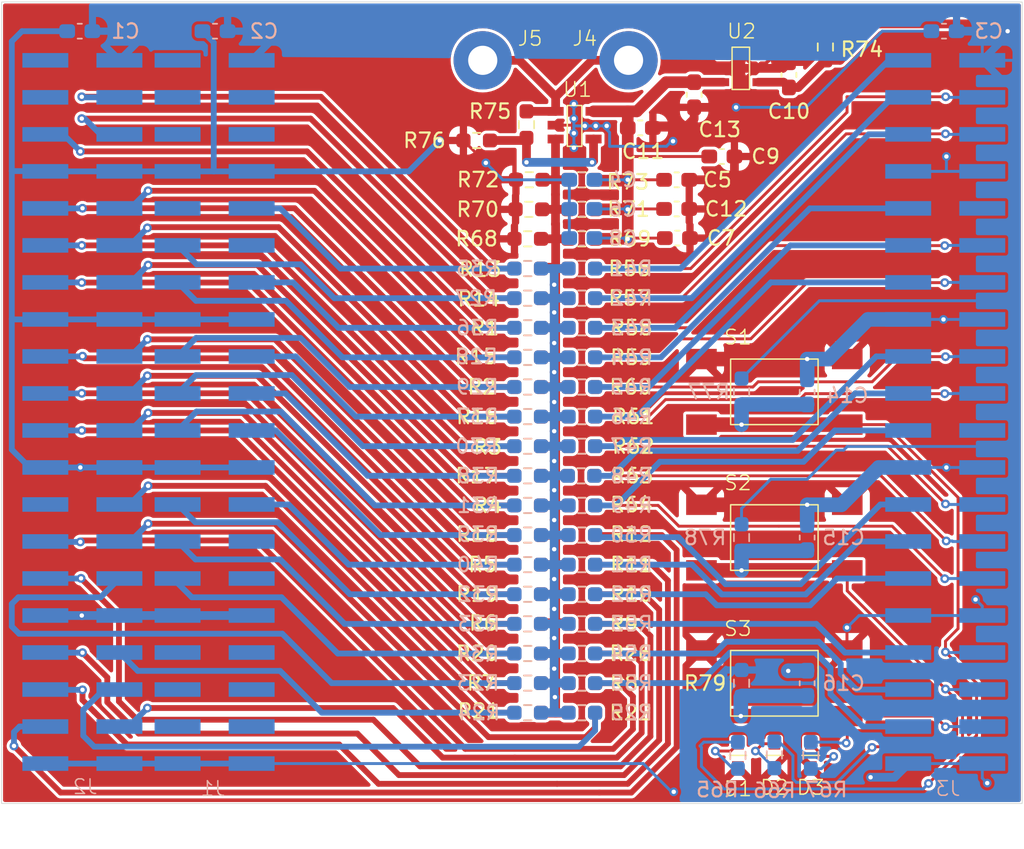
<source format=kicad_pcb>
(kicad_pcb (version 20240108) (generator "pcbnew") (generator_version "8.0")
  (layers (0 "F.Cu" signal) (31 "B.Cu" signal) (34 "B.Paste" user) (35 "F.Paste" user) (36 "B.SilkS" user "B.Silkscreen") (37 "F.SilkS" user "F.Silkscreen") (38 "B.Mask" user) (39 "F.Mask" user) (44 "Edge.Cuts" user))
  (net 0 "")
  (net 1 "GND")
  (net 2 "+3V3")
  (net 3 "+2V5")
  (net 4 "/R4")
  (net 5 "/T3")
  (net 6 "/T2")
  (net 7 "/P16")
  (net 8 "Net-(U1-+IN)")
  (net 9 "/N16")
  (net 10 "/M16")
  (net 11 "/K15")
  (net 12 "/K14")
  (net 13 "/G14")
  (net 14 "/J15")
  (net 15 "/G16")
  (net 16 "/F16")
  (net 17 "/E16")
  (net 18 "/D16")
  (net 19 "/C16")
  (net 20 "/R15")
  (net 21 "/P15")
  (net 22 "/M15")
  (net 23 "/L16")
  (net 24 "/K16")
  (net 25 "/J14")
  (net 26 "/F14")
  (net 27 "/H14")
  (net 28 "/G15")
  (net 29 "/F15")
  (net 30 "/E14")
  (net 31 "/D15")
  (net 32 "/D14")
  (net 33 "/B16")
  (net 34 "/A11")
  (net 35 "/A10")
  (net 36 "/A9")
  (net 37 "/B8")
  (net 38 "/B7")
  (net 39 "/A6")
  (net 40 "/B6")
  (net 41 "/A5")
  (net 42 "/B11")
  (net 43 "/C9")
  (net 44 "/B9")
  (net 45 "/A7")
  (net 46 "/C7")
  (net 47 "/C6")
  (net 48 "/R16")
  (net 49 "/T15")
  (net 50 "/T13")
  (net 51 "/N12")
  (net 52 "/N10")
  (net 53 "/T11")
  (net 54 "/T10")
  (net 55 "/P8")
  (net 56 "/T9")
  (net 57 "/T7")
  (net 58 "/T6")
  (net 59 "/T5")
  (net 60 "/R3")
  (net 61 "/R2")
  (net 62 "/T1")
  (net 63 "/T16")
  (net 64 "/T14")
  (net 65 "/M11")
  (net 66 "/P10")
  (net 67 "/R10")
  (net 68 "/P9")
  (net 69 "/T8")
  (net 70 "/R6")
  (net 71 "/R5")
  (net 72 "Net-(D1-Pad2)")
  (net 73 "Net-(D2-Pad2)")
  (net 74 "Net-(D3-Pad2)")
  (net 75 "Net-(U2-EN)")
  (net 76 "Net-(J4-Pad1)")
  (net 77 "Net-(U1--IN)")
  (footprint "Resistor_SMD:R_0603_1608Metric_Pad0.98x0.95mm_HandSolder" (layer "F.Cu") (at 53.086 38.354)
    (property "Reference" "R1")
    (property "Value" "R")
  )
  (footprint "IceDAC:M20-8761046" (layer "F.Cu") (at 79.18 20)
    (property "Reference" "J3")
    (property "Value" "~")
  )
  (footprint "Resistor_SMD:R_0603_1608Metric_Pad0.98x0.95mm_HandSolder" (layer "F.Cu") (at 53.086 48.514)
    (property "Reference" "R17")
    (property "Value" "R")
  )
  (footprint "IceDAC:M20-8761046" (layer "F.Cu") (at 29.07 20)
    (property "Reference" "J1")
    (property "Value" "~")
  )
  (footprint "Resistor_SMD:R_0603_1608Metric_Pad0.98x0.95mm_HandSolder" (layer "F.Cu") (at 73.5 19.0875 90)
    (property "Reference" "R74")
    (property "Value" "R")
  )
  (footprint "Resistor_SMD:R_0603_1608Metric_Pad0.98x0.95mm_HandSolder" (layer "F.Cu") (at 53.086 62.738)
    (property "Reference" "R7")
    (property "Value" "R")
  )
  (footprint "Resistor_SMD:R_0603_1608Metric_Pad0.98x0.95mm_HandSolder" (layer "F.Cu") (at 56.7944 50.546 180)
    (property "Reference" "R64")
    (property "Value" "R")
  )
  (footprint "Capacitor_SMD:C_0603_1608Metric_Pad1.08x0.95mm_HandSolder" (layer "F.Cu") (at 71 21 90)
    (property "Reference" "C10")
    (property "Value" "1uF")
  )
  (footprint "IceDAC:1301.9315" (layer "F.Cu") (at 75 65 180)
    (property "Reference" "S3")
    (property "Value" "~")
  )
  (footprint "Resistor_SMD:R_0603_1608Metric_Pad0.98x0.95mm_HandSolder" (layer "F.Cu") (at 56.7925 64.77 180)
    (property "Reference" "R22")
    (property "Value" "R")
  )
  (footprint "Resistor_SMD:R_0603_1608Metric_Pad0.98x0.95mm_HandSolder" (layer "F.Cu") (at 53.1895 28.194 180)
    (property "Reference" "R72")
    (property "Value" "R")
  )
  (footprint "Resistor_SMD:R_0603_1608Metric_Pad0.98x0.95mm_HandSolder" (layer "F.Cu") (at 53.086 58.674)
    (property "Reference" "R6")
    (property "Value" "R")
  )
  (footprint "IceDAC:OUT" (layer "F.Cu") (at 60 20 90)
    (property "Reference" "J4")
    (property "Value" "~")
  )
  (footprint "Resistor_SMD:R_0603_1608Metric_Pad0.98x0.95mm_HandSolder" (layer "F.Cu") (at 53.086 54.61)
    (property "Reference" "R5")
    (property "Value" "R")
  )
  (footprint "Resistor_SMD:R_0603_1608Metric_Pad0.98x0.95mm_HandSolder" (layer "F.Cu") (at 53.086 36.322)
    (property "Reference" "R14")
    (property "Value" "R")
  )
  (footprint "Resistor_SMD:R_0603_1608Metric_Pad0.98x0.95mm_HandSolder" (layer "F.Cu") (at 53.0841 50.546)
    (property "Reference" "R4")
    (property "Value" "R")
  )
  (footprint "IceDAC:1301.9315" (layer "F.Cu") (at 75 45 180)
    (property "Reference" "S1")
    (property "Value" "~")
  )
  (footprint "IceDAC:AP2112K-2.5TRG1" (layer "F.Cu") (at 68.9 19.6 -90)
    (property "Reference" "U2")
    (property "Value" "~")
  )
  (footprint "Resistor_SMD:R_0603_1608Metric_Pad0.98x0.95mm_HandSolder" (layer "F.Cu") (at 56.7963 54.61 180)
    (property "Reference" "R11")
    (property "Value" "R")
  )
  (footprint "Resistor_SMD:R_0603_1608Metric_Pad0.98x0.95mm_HandSolder" (layer "F.Cu") (at 56.8 62.75 180)
    (property "Reference" "R8")
    (property "Value" "R")
  )
  (footprint "Capacitor_SMD:C_0603_1608Metric_Pad1.08x0.95mm_HandSolder" (layer "F.Cu") (at 64.5 22.3625 -90)
    (property "Reference" "C13")
    (property "Value" "1uF")
  )
  (footprint "Resistor_SMD:R_0603_1608Metric_Pad0.98x0.95mm_HandSolder" (layer "F.Cu") (at 56.7944 60.7 180)
    (property "Reference" "R26")
    (property "Value" "R")
  )
  (footprint "Resistor_SMD:R_0603_1608Metric_Pad0.98x0.95mm_HandSolder" (layer "F.Cu") (at 53.086 44.45)
    (property "Reference" "R16")
    (property "Value" "R")
  )
  (footprint "Resistor_SMD:R_0603_1608Metric_Pad0.98x0.95mm_HandSolder" (layer "F.Cu") (at 56.7944 40.386 180)
    (property "Reference" "R59")
    (property "Value" "R")
  )
  (footprint "Resistor_SMD:R_0603_1608Metric_Pad0.98x0.95mm_HandSolder" (layer "F.Cu") (at 53.086 40.386)
    (property "Reference" "R15")
    (property "Value" "R")
  )
  (footprint "Resistor_SMD:R_0603_1608Metric_Pad0.98x0.95mm_HandSolder" (layer "F.Cu") (at 56.7944 58.674 180)
    (property "Reference" "R9")
    (property "Value" "R")
  )
  (footprint "Resistor_SMD:R_0603_1608Metric_Pad0.98x0.95mm_HandSolder" (layer "F.Cu") (at 53.0841 34.29)
    (property "Reference" "R13")
    (property "Value" "R")
  )
  (footprint "IceDAC:150060GS75000" (layer "F.Cu") (at 67.5 68.5 90)
    (property "Reference" "D1")
    (property "Value" "~")
  )
  (footprint "Resistor_SMD:R_0603_1608Metric_Pad0.98x0.95mm_HandSolder" (layer "F.Cu") (at 56.7925 28.194 180)
    (property "Reference" "R73")
    (property "Value" "R")
  )
  (footprint "Resistor_SMD:R_0603_1608Metric_Pad0.98x0.95mm_HandSolder" (layer "F.Cu") (at 56.7963 38.354 180)
    (property "Reference" "R58")
    (property "Value" "R")
  )
  (footprint "IceDAC:1301.9315" (layer "F.Cu") (at 75 55 180)
    (property "Reference" "S2")
    (property "Value" "~")
  )
  (footprint "Resistor_SMD:R_0603_1608Metric_Pad0.98x0.95mm_HandSolder" (layer "F.Cu") (at 49.5875 25.5 180)
    (property "Reference" "R76")
    (property "Value" "R")
  )
  (footprint "Capacitor_SMD:C_0603_1608Metric_Pad1.08x0.95mm_HandSolder" (layer "F.Cu") (at 66.4 26.6)
    (property "Reference" "C9")
    (property "Value" "100nF")
  )
  (footprint "Resistor_SMD:R_0603_1608Metric_Pad0.98x0.95mm_HandSolder" (layer "F.Cu") (at 53.086 64.77)
    (property "Reference" "R21")
    (property "Value" "R")
  )
  (footprint "Resistor_SMD:R_0603_1608Metric_Pad0.98x0.95mm_HandSolder" (layer "F.Cu") (at 56.7436 48.514 180)
    (property "Reference" "R63")
    (property "Value" "R")
  )
  (footprint "Resistor_SMD:R_0603_1608Metric_Pad0.98x0.95mm_HandSolder" (layer "F.Cu") (at 53.086 46.482)
    (property "Reference" "R3")
    (property "Value" "R")
  )
  (footprint "Resistor_SMD:R_0603_1608Metric_Pad0.98x0.95mm_HandSolder" (layer "F.Cu") (at 53.1625 30.226 180)
    (property "Reference" "R70")
    (property "Value" "R")
  )
  (footprint "Capacitor_SMD:C_0603_1608Metric_Pad1.08x0.95mm_HandSolder" (layer "F.Cu") (at 63.3 30.2)
    (property "Reference" "C12")
    (property "Value" "100nF")
  )
  (footprint "Resistor_SMD:R_0603_1608Metric_Pad0.98x0.95mm_HandSolder" (layer "F.Cu") (at 53.086 56.642)
    (property "Reference" "R19")
    (property "Value" "R")
  )
  (footprint "Resistor_SMD:R_0603_1608Metric_Pad0.98x0.95mm_HandSolder" (layer "F.Cu") (at 56.7944 46.482 180)
    (property "Reference" "R62")
    (property "Value" "R")
  )
  (footprint "Resistor_SMD:R_0603_1608Metric_Pad0.98x0.95mm_HandSolder" (layer "F.Cu") (at 56.7925 30.226 180)
    (property "Reference" "R71")
    (property "Value" "R")
  )
  (footprint "IceDAC:150060GS75000" (layer "F.Cu") (at 72.5 68.5 90)
    (property "Reference" "D3")
    (property "Value" "~")
  )
  (footprint "Resistor_SMD:R_0603_1608Metric_Pad0.98x0.95mm_HandSolder" (layer "F.Cu") (at 56.7944 56.642 180)
    (property "Reference" "R10")
    (property "Value" "R")
  )
  (footprint "Resistor_SMD:R_0603_1608Metric_Pad0.98x0.95mm_HandSolder" (layer "F.Cu") (at 56.7944 42.418 180)
    (property "Reference" "R60")
    (property "Value" "R")
  )
  (footprint "Resistor_SMD:R_0603_1608Metric_Pad0.98x0.95mm_HandSolder" (layer "F.Cu") (at 56.7925 32.25 180)
    (property "Reference" "R69")
    (property "Value" "R")
  )
  (footprint "Resistor_SMD:R_0603_1608Metric_Pad0.98x0.95mm_HandSolder" (layer "F.Cu") (at 56.7944 44.45 180)
    (property "Reference" "R61")
    (property "Value" "R")
  )
  (footprint "Resistor_SMD:R_0603_1608Metric_Pad0.98x0.95mm_HandSolder" (layer "F.Cu") (at 53.086 60.706)
    (property "Reference" "R20")
    (property "Value" "R")
  )
  (footprint "Resistor_SMD:R_0603_1608Metric_Pad0.98x0.95mm_HandSolder" (layer "F.Cu") (at 53.0875 32.25 180)
    (property "Reference" "R68")
    (property "Value" "R")
  )
  (footprint "IceDAC:OUT" (layer "F.Cu") (at 50 20 90)
    (property "Reference" "J5")
    (property "Value" "~")
  )
  (footprint "Capacitor_SMD:C_0603_1608Metric_Pad1.08x0.95mm_HandSolder" (layer "F.Cu") (at 63.35 32.2)
    (property "Reference" "C7")
    (property "Value" "100nF")
  )
  (footprint "Capacitor_SMD:C_0603_1608Metric_Pad1.08x0.95mm_HandSolder" (layer "F.Cu") (at 60.8065 24.638)
    (property "Reference" "C11")
    (property "Value" "10nF")
  )
  (footprint "IceDAC:150060GS75000" (layer "F.Cu") (at 70 68.5 90)
    (property "Reference" "D2")
    (property "Value" "~")
  )
  (footprint "IceDAC:OPA354AIDBVR" (layer "F.Cu") (at 55 23.5)
    (property "Reference" "U1")
    (property "Value" "~")
  )
  (footprint "Resistor_SMD:R_0603_1608Metric_Pad0.98x0.95mm_HandSolder" (layer "F.Cu") (at 53 24.4125 -90)
    (property "Reference" "R75")
    (property "Value" "R")
  )
  (footprint "Resistor_SMD:R_0603_1608Metric_Pad0.98x0.95mm_HandSolder" (layer "F.Cu") (at 56.7963 36.322 180)
    (property "Reference" "R57")
    (property "Value" "R")
  )
  (footprint "Resistor_SMD:R_0603_1608Metric_Pad0.98x0.95mm_HandSolder" (layer "F.Cu") (at 56.7944 52.578 180)
    (property "Reference" "R12")
    (property "Value" "R")
  )
  (footprint "Capacitor_SMD:C_0603_1608Metric_Pad1.08x0.95mm_HandSolder" (layer "F.Cu") (at 63.3 28.2)
    (property "Reference" "C5")
    (property "Value" "100nF")
  )
  (footprint "Resistor_SMD:R_0603_1608Metric_Pad0.98x0.95mm_HandSolder" (layer "F.Cu") (at 53.086 52.578)
    (property "Reference" "R18")
    (property "Value" "R")
  )
  (footprint "Resistor_SMD:R_0603_1608Metric_Pad0.98x0.95mm_HandSolder" (layer "F.Cu") (at 56.7925 34.29 180)
    (property "Reference" "R56")
    (property "Value" "R")
  )
  (footprint "Resistor_SMD:R_0603_1608Metric_Pad0.98x0.95mm_HandSolder" (layer "F.Cu") (at 53.0841 42.418)
    (property "Reference" "R2")
    (property "Value" "R")
  )
  (footprint "IceDAC:M20-8761046" (layer "F.Cu") (at 20 20)
    (property "Reference" "J2")
    (property "Value" "~")
  )
  (footprint "Resistor_SMD:R_0603_1608Metric_Pad0.98x0.95mm_HandSolder" (layer "B.Cu") (at 53.086 50.546)
    (property "Reference" "R31")
    (property "Value" "R")
  )
  (footprint "Resistor_SMD:R_0603_1608Metric_Pad0.98x0.95mm_HandSolder" (layer "B.Cu") (at 53.086 60.706)
    (property "Reference" "R34")
    (property "Value" "R")
  )
  (footprint "Resistor_SMD:R_0603_1608Metric_Pad0.98x0.95mm_HandSolder" (layer "B.Cu") (at 53.086 46.482)
    (property "Reference" "R30")
    (property "Value" "R")
  )
  (footprint "Capacitor_SMD:C_0603_1608Metric_Pad1.08x0.95mm_HandSolder" (layer "B.Cu") (at 22.3625 18 180)
    (property "Reference" "C1")
    (property "Value" "1uF")
  )
  (footprint "Resistor_SMD:R_0603_1608Metric_Pad0.98x0.95mm_HandSolder" (layer "B.Cu") (at 56.7925 50.546 180)
    (property "Reference" "R49")
    (property "Value" "R")
  )
  (footprint "Resistor_SMD:R_0603_1608Metric_Pad0.98x0.95mm_HandSolder" (layer "B.Cu") (at 70.0024 67.6656 -90)
    (property "Reference" "R66")
    (property "Value" "R")
  )
  (footprint "Resistor_SMD:R_0603_1608Metric_Pad0.98x0.95mm_HandSolder" (layer "B.Cu") (at 53.086 64.77)
    (property "Reference" "R24")
    (property "Value" "R")
  )
  (footprint "Capacitor_SMD:C_0603_1608Metric_Pad1.08x0.95mm_HandSolder" (layer "B.Cu") (at 31.6375 18 180)
    (property "Reference" "C2")
    (property "Value" "1uF")
  )
  (footprint "Capacitor_SMD:C_0603_1608Metric_Pad1.08x0.95mm_HandSolder" (layer "B.Cu") (at 81.6345 18 180)
    (property "Reference" "C3")
    (property "Value" "1uF")
  )
  (footprint "Resistor_SMD:R_0603_1608Metric_Pad0.98x0.95mm_HandSolder" (layer "B.Cu") (at 67.75 42.75 90)
    (property "Reference" "R77")
    (property "Value" "R")
  )
  (footprint "Resistor_SMD:R_0603_1608Metric_Pad0.98x0.95mm_HandSolder" (layer "B.Cu") (at 56.7925 36.322 180)
    (property "Reference" "R42")
    (property "Value" "R")
  )
  (footprint "Resistor_SMD:R_0603_1608Metric_Pad0.98x0.95mm_HandSolder" (layer "B.Cu") (at 53.086 42.418)
    (property "Reference" "R29")
    (property "Value" "R")
  )
  (footprint "Resistor_SMD:R_0603_1608Metric_Pad0.98x0.95mm_HandSolder" (layer "B.Cu") (at 53.086 56.642)
    (property "Reference" "R32")
    (property "Value" "R")
  )
  (footprint "Capacitor_SMD:C_0603_1608Metric_Pad1.08x0.95mm_HandSolder" (layer "B.Cu") (at 72.25 42.75 90)
    (property "Reference" "C14")
    (property "Value" "100nF")
  )
  (footprint "Resistor_SMD:R_0603_1608Metric_Pad0.98x0.95mm_HandSolder" (layer "B.Cu") (at 56.7925 42.418 180)
    (property "Reference" "R45")
    (property "Value" "R")
  )
  (footprint "Resistor_SMD:R_0603_1608Metric_Pad0.98x0.95mm_HandSolder" (layer "B.Cu") (at 67.75 52.75 90)
    (property "Reference" "R78")
    (property "Value" "R")
  )
  (footprint "Resistor_SMD:R_0603_1608Metric_Pad0.98x0.95mm_HandSolder" (layer "B.Cu") (at 67.75 62.75 90)
    (property "Reference" "R79")
    (property "Value" "R")
  )
  (footprint "Resistor_SMD:R_0603_1608Metric_Pad0.98x0.95mm_HandSolder" (layer "B.Cu") (at 53.086 58.674)
    (property "Reference" "R33")
    (property "Value" "R")
  )
  (footprint "Resistor_SMD:R_0603_1608Metric_Pad0.98x0.95mm_HandSolder" (layer "B.Cu") (at 53.086 34.29)
    (property "Reference" "R35")
    (property "Value" "R")
  )
  (footprint "Resistor_SMD:R_0603_1608Metric_Pad0.98x0.95mm_HandSolder" (layer "B.Cu") (at 56.7925 58.674 180)
    (property "Reference" "R53")
    (property "Value" "R")
  )
  (footprint "Resistor_SMD:R_0603_1608Metric_Pad0.98x0.95mm_HandSolder" (layer "B.Cu") (at 53.086 62.738)
    (property "Reference" "R23")
    (property "Value" "R")
  )
  (footprint "Resistor_SMD:R_0603_1608Metric_Pad0.98x0.95mm_HandSolder" (layer "B.Cu") (at 56.7925 38.354 180)
    (property "Reference" "R43")
    (property "Value" "R")
  )
  (footprint "Resistor_SMD:R_0603_1608Metric_Pad0.98x0.95mm_HandSolder" (layer "B.Cu") (at 56.7925 52.578 180)
    (property "Reference" "R50")
    (property "Value" "R")
  )
  (footprint "Resistor_SMD:R_0603_1608Metric_Pad0.98x0.95mm_HandSolder" (layer "B.Cu") (at 56.7925 56.642 180)
    (property "Reference" "R52")
    (property "Value" "R")
  )
  (footprint "Resistor_SMD:R_0603_1608Metric_Pad0.98x0.95mm_HandSolder" (layer "B.Cu") (at 56.7944 64.77 180)
    (property "Reference" "R25")
    (property "Value" "R")
  )
  (footprint "Resistor_SMD:R_0603_1608Metric_Pad0.98x0.95mm_HandSolder" (layer "B.Cu") (at 53.086 36.322)
    (property "Reference" "R27")
    (property "Value" "R")
  )
  (footprint "Resistor_SMD:R_0603_1608Metric_Pad0.98x0.95mm_HandSolder" (layer "B.Cu") (at 56.7925 60.706 180)
    (property "Reference" "R54")
    (property "Value" "R")
  )
  (footprint "Resistor_SMD:R_0603_1608Metric_Pad0.98x0.95mm_HandSolder" (layer "B.Cu") (at 56.7925 46.482 180)
    (property "Reference" "R47")
    (property "Value" "R")
  )
  (footprint "Resistor_SMD:R_0603_1608Metric_Pad0.98x0.95mm_HandSolder" (layer "B.Cu") (at 53.0879 38.354)
    (property "Reference" "R36")
    (property "Value" "R")
  )
  (footprint "Capacitor_SMD:C_0603_1608Metric_Pad1.08x0.95mm_HandSolder" (layer "B.Cu") (at 56.8 28.2 180)
    (property "Reference" "C4")
    (property "Value" "10nF")
  )
  (footprint "Capacitor_SMD:C_0603_1608Metric_Pad1.08x0.95mm_HandSolder" (layer "B.Cu") (at 56.8 30.2 180)
    (property "Reference" "C6")
    (property "Value" "10nF")
  )
  (footprint "Resistor_SMD:R_0603_1608Metric_Pad0.98x0.95mm_HandSolder" (layer "B.Cu") (at 72.5 67.7 -90)
    (property "Reference" "R67")
    (property "Value" "R")
  )
  (footprint "Resistor_SMD:R_0603_1608Metric_Pad0.98x0.95mm_HandSolder" (layer "B.Cu") (at 56.7925 54.61 180)
    (property "Reference" "R51")
    (property "Value" "R")
  )
  (footprint "Capacitor_SMD:C_0603_1608Metric_Pad1.08x0.95mm_HandSolder" (layer "B.Cu") (at 72.25 52.75 90)
    (property "Reference" "C15")
    (property "Value" "100nF")
  )
  (footprint "Resistor_SMD:R_0603_1608Metric_Pad0.98x0.95mm_HandSolder" (layer "B.Cu") (at 53.086 48.514)
    (property "Reference" "R38")
    (property "Value" "R")
  )
  (footprint "Resistor_SMD:R_0603_1608Metric_Pad0.98x0.95mm_HandSolder" (layer "B.Cu") (at 56.7925 62.738 180)
    (property "Reference" "R55")
    (property "Value" "R")
  )
  (footprint "Resistor_SMD:R_0603_1608Metric_Pad0.98x0.95mm_HandSolder" (layer "B.Cu") (at 53.086 54.61)
    (property "Reference" "R40")
    (property "Value" "R")
  )
  (footprint "Capacitor_SMD:C_0603_1608Metric_Pad1.08x0.95mm_HandSolder" (layer "B.Cu") (at 56.8 32.2 180)
    (property "Reference" "C8")
    (property "Value" "10nF")
  )
  (footprint "Resistor_SMD:R_0603_1608Metric_Pad0.98x0.95mm_HandSolder" (layer "B.Cu") (at 67.5 67.7 -90)
    (property "Reference" "R65")
    (property "Value" "R")
  )
  (footprint "Resistor_SMD:R_0603_1608Metric_Pad0.98x0.95mm_HandSolder" (layer "B.Cu") (at 56.7925 34.29 180)
    (property "Reference" "R41")
    (property "Value" "R")
  )
  (footprint "Resistor_SMD:R_0603_1608Metric_Pad0.98x0.95mm_HandSolder" (layer "B.Cu") (at 53.086 44.45)
    (property "Reference" "R37")
    (property "Value" "R")
  )
  (footprint "Resistor_SMD:R_0603_1608Metric_Pad0.98x0.95mm_HandSolder" (layer "B.Cu") (at 56.7925 44.45 180)
    (property "Reference" "R46")
    (property "Value" "R")
  )
  (footprint "Resistor_SMD:R_0603_1608Metric_Pad0.98x0.95mm_HandSolder" (layer "B.Cu") (at 53.086 40.386)
    (property "Reference" "R28")
    (property "Value" "R")
  )
  (footprint "Resistor_SMD:R_0603_1608Metric_Pad0.98x0.95mm_HandSolder" (layer "B.Cu") (at 56.7455 48.514 180)
    (property "Reference" "R48")
    (property "Value" "R")
  )
  (footprint "Capacitor_SMD:C_0603_1608Metric_Pad1.08x0.95mm_HandSolder" (layer "B.Cu") (at 72.25 62.75 90)
    (property "Reference" "C16")
    (property "Value" "100nF")
  )
  (footprint "Resistor_SMD:R_0603_1608Metric_Pad0.98x0.95mm_HandSolder" (layer "B.Cu") (at 56.7925 40.386 180)
    (property "Reference" "R44")
    (property "Value" "R")
  )
  (footprint "Resistor_SMD:R_0603_1608Metric_Pad0.98x0.95mm_HandSolder" (layer "B.Cu") (at 53.086 52.578)
    (property "Reference" "R39")
    (property "Value" "R")
  )
  (gr_rect (start 17 16) (end 87 71) (stroke (width 0.05)) (fill none) (layer "Edge.Cuts"))
  (segment (start 67.6 23) (end 67.375 23.225) (width 0.6) (layer "F.Cu") (net 1))
  (segment (start 75.823 69.977) (end 76.6 69.2) (width 0.2) (layer "F.Cu") (net 1))
  (segment (start 20.85 49.49) (end 22.4 47.94) (width 0.6) (layer "F.Cu") (net 1))
  (segment (start 67.5 68.517) (end 65.913 70.104) (width 0.2) (layer "F.Cu") (net 1))
  (segment (start 83.8 26.6) (end 84 26.6) (width 0.2) (layer "F.Cu") (net 1))
  (segment (start 67.65 20.55) (end 67.6 20.6) (width 0.6) (layer "F.Cu") (net 1))
  (segment (start 45.45 18.05) (end 46.9 16.6) (width 0.2) (layer "F.Cu") (net 1))
  (segment (start 74.8 20.8) (end 69 26.6) (width 0.2) (layer "F.Cu") (net 1))
  (segment (start 71.12 69.977) (end 68.58 69.977) (width 0.2) (layer "F.Cu") (net 1))
  (segment (start 65.405 70.231) (end 65.374 70.2) (width 0.2) (layer "F.Cu") (net 1))
  (segment (start 68.9 20.55) (end 70.5875 20.55) (width 0.6) (layer "F.Cu") (net 1))
  (segment (start 52.277 28.194) (end 51.369 28.194) (width 0.2) (layer "F.Cu") (net 1))
  (segment (start 22.5 57.1) (end 20.85 55.45) (width 0.6) (layer "F.Cu") (net 1))
  (segment (start 74.9808 60.4808) (end 75 60.5) (width 0.2) (layer "F.Cu") (net 1))
  (segment (start 85.4 25.2) (end 85.4 19.4) (width 0.2) (layer "F.Cu") (net 1))
  (segment (start 56.25 23) (end 56.25 24) (width 0.2) (layer "F.Cu") (net 1))
  (segment (start 84 26.6) (end 85.4 25.2) (width 0.2) (layer "F.Cu") (net 1))
  (segment (start 65.786 70.231) (end 65.405 70.231) (width 0.2) (layer "F.Cu") (net 1))
  (segment (start 62.95 25) (end 62.95 24.5) (width 0.2) (layer "F.Cu") (net 1))
  (segment (start 61.807 24.5) (end 62.95 24.5) (width 0.6) (layer "F.Cu") (net 1))
  (segment (start 52.277 30.199) (end 52.25 30.226) (width 0.2) (layer "F.Cu") (net 1))
  (segment (start 64.2125 32.2) (end 64.2125 28.25) (width 0.2) (layer "F.Cu") (net 1))
  (segment (start 61.669 24.638) (end 61.807 24.5) (width 0.6) (layer "F.Cu") (net 1))
  (segment (start 68.453 70.104) (end 65.913 70.104) (width 0.2) (layer "F.Cu") (net 1))
  (segment (start 81.8 47.94) (end 84.8 44.94) (width 0.2) (layer "F.Cu") (net 1))
  (segment (start 56.95 24.45) (end 57 24.5) (width 0.2) (layer "F.Cu") (net 1))
  (segment (start 48.675 25.5) (end 47.05 25.5) (width 0.2) (layer "F.Cu") (net 1))
  (segment (start 57.75 24.5) (end 57 24.5) (width 0.2) (layer "F.Cu") (net 1))
  (segment (start 56.25 26) (end 56.25 25) (width 0.2) (layer "F.Cu") (net 1))
  (segment (start 74.9808 58.928) (end 74.9808 60.4808) (width 0.2) (layer "F.Cu") (net 1))
  (segment (start 84.2 18.2) (end 83.8 18.2) (width 0.2) (layer "F.Cu") (net 1))
  (segment (start 52.175 30.301) (end 52.25 30.226) (width 0.2) (layer "F.Cu") (net 1))
  (segment (start 46.9 16.6) (end 64.775 16.6) (width 0.2) (layer "F.Cu") (net 1))
  (segment (start 63.05 25.1) (end 62.95 25) (width 0.2) (layer "F.Cu") (net 1))
  (segment (start 67.2625 26.6) (end 67.2625 23.3375) (width 0.2) (layer "F.Cu") (net 1))
  (segment (start 51.369 28.194) (end 50.2125 27.0375) (width 0.2) (layer "F.Cu") (net 1))
  (segment (start 47.05 19.65) (end 45.45 18.05) (width 0.2) (layer "F.Cu") (net 1))
  (segment (start 55 24.45) (end 56.25 24.45) (width 0.2) (layer "F.Cu") (net 1))
  (segment (start 56.25 24.45) (end 56.25 25) (width 0.2) (layer "F.Cu") (net 1))
  (segment (start 20.85 55.45) (end 20.85 49.49) (width 0.6) (layer "F.Cu") (net 1))
  (segment (start 56.25 24) (end 56.25 24.45) (width 0.2) (layer "F.Cu") (net 1))
  (segment (start 58.5 24.5) (end 57.75 24.5) (width 0.2) (layer "F.Cu") (net 1))
  (segment (start 84.8 69.4) (end 84.8 57) (width 0.2) (layer "F.Cu") (net 1))
  (segment (start 84.8 36.58) (end 83.8 35.58) (width 0.2) (layer "F.Cu") (net 1))
  (segment (start 68.9 20.55) (end 67.65 20.55) (width 0.6) (layer "F.Cu") (net 1))
  (segment (start 62.95 24.5) (end 64 24.5) (width 0.6) (layer "F.Cu") (net 1))
  (segment (start 65.374 70.2) (end 63.1 70.2) (width 0.2) (layer "F.Cu") (net 1))
  (segment (start 52.175 32.25) (end 52.175 30.301) (width 0.2) (layer "F.Cu") (net 1))
  (segment (start 64.5 24) (end 64.5 23.225) (width 0.6) (layer "F.Cu") (net 1))
  (segment (start 69 26.6) (end 67.2625 26.6) (width 0.2) (layer "F.Cu") (net 1))
  (segment (start 67.6 20.6) (end 67.6 20.9) (width 0.6) (layer "F.Cu") (net 1))
  (segment (start 71.12 69.977) (end 75.823 69.977) (width 0.2) (layer "F.Cu") (net 1))
  (segment (start 68.58 69.977) (end 68.453 70.104) (width 0.2) (layer "F.Cu") (net 1))
  (segment (start 72.25 40.5) (end 75 40.5) (width 1) (layer "F.Cu") (net 1))
  (segment (start 67.2625 23.3375) (end 67.375 23.225) (width 0.2) (layer "F.Cu") (net 1))
  (segment (start 75 50.5) (end 72.25 50.5) (width 1) (layer "F.Cu") (net 1))
  (segment (start 70.95 61.9) (end 70.95 60.55) (width 1) (layer "F.Cu") (net 1))
  (segment (start 72.5 68.5) (end 71.12 69.88) (width 0.2) (layer "F.Cu") (net 1))
  (segment (start 83.8 57) (end 84.8 57) (width 0.2) (layer "F.Cu") (net 1))
  (segment (start 56.25 24.45) (end 56.95 24.45) (width 0.2) (layer "F.Cu") (net 1))
  (segment (start 67.5 68.5) (end 67.5 68.517) (width 0.2) (layer "F.Cu") (net 1))
  (segment (start 83.8 35.58) (end 81.6 37.78) (width 0.2) (layer "F.Cu") (net 1))
  (segment (start 84.6 69.6) (end 84.8 69.4) (width 0.2) (layer "F.Cu") (net 1))
  (segment (start 47.05 25.5) (end 47.05 19.65) (width 0.2) (layer "F.Cu") (net 1))
  (segment (start 83.8 26.6) (end 83.8 35.58) (width 0.2) (layer "F.Cu") (net 1))
  (segment (start 22.5 58.1) (end 22.5 57.1) (width 0.6) (layer "F.Cu") (net 1))
  (segment (start 85.4 19.4) (end 84.2 18.2) (width 0.2) (layer "F.Cu") (net 1))
  (segment (start 81.2 20.8) (end 74.8 20.8) (width 0.2) (layer "F.Cu") (net 1))
  (segment (start 67.6 20.9) (end 67.6 23) (width 0.6) (layer "F.Cu") (net 1))
  (segment (start 84.8 44.8) (end 84.8 36.58) (width 0.2) (layer "F.Cu") (net 1))
  (segment (start 83.8 18.2) (end 81.2 20.8) (width 0.2) (layer "F.Cu") (net 1))
  (segment (start 65.913 70.104) (end 65.786 70.231) (width 0.2) (layer "F.Cu") (net 1))
  (segment (start 70.95 60.55) (end 71 60.5) (width 1) (layer "F.Cu") (net 1))
  (segment (start 64 24.5) (end 64.5 24) (width 0.6) (layer "F.Cu") (net 1))
  (segment (start 50.2125 27.0375) (end 48.675 25.5) (width 0.2) (layer "F.Cu") (net 1))
  (segment (start 64.2125 28.25) (end 64.1625 28.2) (width 0.2) (layer "F.Cu") (net 1))
  (segment (start 67.375 23.225) (end 64.5 23.225) (width 0.6) (layer "F.Cu") (net 1))
  (segment (start 84.8 57) (end 84.8 44.8) (width 0.2) (layer "F.Cu") (net 1))
  (segment (start 52.277 28.194) (end 52.277 30.199) (width 0.2) (layer "F.Cu") (net 1))
  (segment (start 64.775 16.6) (end 65.975 17.8) (width 0.2) (layer "F.Cu") (net 1))
  (segment (start 70.5875 20.55) (end 71 20.1375) (width 0.6) (layer "F.Cu") (net 1))
  (segment (start 81.8 26.6) (end 83.8 26.6) (width 0.2) (layer "F.Cu") (net 1))
  (segment (start 71 60.5) (end 75 60.5) (width 1) (layer "F.Cu") (net 1))
  (segment (start 67.75 20.75) (end 67.6 20.9) (width 0.2) (layer "F.Cu") (net 1))
  (segment (start 65 40.5) (end 72.25 40.5) (width 1) (layer "F.Cu") (net 1))
  (segment (start 70 68.5) (end 70 68.557) (width 0.2) (layer "F.Cu") (net 1))
  (segment (start 66.9 28.2) (end 67.2625 27.8375) (width 0.6) (layer "F.Cu") (net 1))
  (segment (start 72.25 50.5) (end 65 50.5) (width 1) (layer "F.Cu") (net 1))
  (segment (start 65.975 17.8) (end 67.75 17.8) (width 0.2) (layer "F.Cu") (net 1))
  (segment (start 71.12 69.88) (end 71.12 69.977) (width 0.2) (layer "F.Cu") (net 1))
  (segment (start 63.05 25.55) (end 63.05 25.1) (width 0.2) (layer "F.Cu") (net 1))
  (segment (start 67.2625 27.8375) (end 67.2625 26.6) (width 0.6) (layer "F.Cu") (net 1))
  (segment (start 66.9 28.2) (end 64.1625 28.2) (width 0.6) (layer "F.Cu") (net 1))
  (segment (start 70 68.557) (end 68.453 70.104) (width 0.2) (layer "F.Cu") (net 1))
  (segment (start 65 60.5) (end 71 60.5) (width 1) (layer "F.Cu") (net 1))
  (segment (start 67.75 17.8) (end 67.75 20.75) (width 0.2) (layer "F.Cu") (net 1))
  (segment (start 84.8 44.94) (end 84.8 44.8) (width 0.2) (layer "F.Cu") (net 1))
  (via (at 56.25 26) (size 0.6) (drill 0.3) (layers "F.Cu" "B.Cu") (net 1))
  (via (at 56.25 23) (size 0.6) (drill 0.3) (layers "F.Cu" "B.Cu") (net 1))
  (via (at 83.8 57) (size 0.6) (drill 0.3) (layers "F.Cu" "B.Cu") (net 1))
  (via (at 57 24.5) (size 0.6) (drill 0.3) (layers "F.Cu" "B.Cu") (net 1))
  (via (at 56.25 25) (size 0.6) (drill 0.3) (layers "F.Cu" "B.Cu") (net 1))
  (via (at 70.95 61.9) (size 0.6) (drill 0.3) (layers "F.Cu" "B.Cu") (net 1))
  (via (at 81.8 26.6) (size 0.6) (drill 0.3) (layers "F.Cu" "B.Cu") (net 1))
  (via (at 50.2125 27.0375) (size 0.6) (drill 0.3) (layers "F.Cu" "B.Cu") (net 1))
  (via (at 57.75 24.5) (size 0.6) (drill 0.3) (layers "F.Cu" "B.Cu") (net 1))
  (via (at 22.4 47.94) (size 0.6) (drill 0.3) (layers "F.Cu" "B.Cu") (net 1))
  (via (at 84.6 69.6) (size 0.6) (drill 0.3) (layers "F.Cu" "B.Cu") (net 1))
  (via (at 76.6 69.2) (size 0.6) (drill 0.3) (layers "F.Cu" "B.Cu") (net 1))
  (via (at 67.375 23.225) (size 0.6) (drill 0.3) (layers "F.Cu" "B.Cu") (net 1))
  (via (at 63.05 25.55) (size 0.6) (drill 0.3) (layers "F.Cu" "B.Cu") (net 1))
  (via (at 72.25 50.5) (size 0.6) (drill 0.3) (layers "F.Cu" "B.Cu") (net 1))
  (via (at 47.05 25.5) (size 0.6) (drill 0.3) (layers "F.Cu" "B.Cu") (net 1))
  (via (at 81.6 37.78) (size 0.6) (drill 0.3) (layers "F.Cu" "B.Cu") (net 1))
  (via (at 81.8 47.94) (size 0.6) (drill 0.3) (layers "F.Cu" "B.Cu") (net 1))
  (via (at 72.25 40.5) (size 0.6) (drill 0.3) (layers "F.Cu" "B.Cu") (net 1))
  (via (at 58.5 24.5) (size 0.6) (drill 0.3) (layers "F.Cu" "B.Cu") (net 1))
  (via (at 63.1 70.2) (size 0.6) (drill 0.3) (layers "F.Cu" "B.Cu") (net 1))
  (via (at 74.9808 58.928) (size 0.6) (drill 0.3) (layers "F.Cu" "B.Cu") (net 1))
  (via (at 56.25 24) (size 0.6) (drill 0.3) (layers "F.Cu" "B.Cu") (net 1))
  (via (at 22.5 58.1) (size 0.6) (drill 0.3) (layers "F.Cu" "B.Cu") (net 1))
  (segment (start 58.7 24.95) (end 58.7 25.9) (width 0.2) (layer "B.Cu") (net 1))
  (segment (start 18.4 18) (end 17.7 18.7) (width 0.4) (layer "B.Cu") (net 1))
  (segment (start 72.25 40.5) (end 73.7 40.5) (width 1) (layer "B.Cu") (net 1))
  (segment (start 70.9625 61.8875) (end 70.95 61.9) (width 1) (layer "B.Cu") (net 1))
  (segment (start 75.8088 58.1) (end 74.9808 58.928) (width 0.2) (layer "B.Cu") (net 1))
  (segment (start 30.775 18) (end 30.775 18.175) (width 0.2) (layer "B.Cu") (net 1))
  (segment (start 58.5 24.75) (end 58.7 24.95) (width 0.2) (layer "B.Cu") (net 1))
  (segment (start 81.8 27.62) (end 81.8 26.6) (width 0.2) (layer "B.Cu") (net 1))
  (segment (start 29.07 68.26) (end 34.15 68.26) (width 0.4) (layer "B.Cu") (net 1))
  (segment (start 20 47.94) (end 19.74 47.94) (width 0.2) (layer "B.Cu") (net 1))
  (segment (start 20 37.78) (end 18.58 37.78) (width 0.2) (layer "B.Cu") (net 1))
  (segment (start 34.15 68.26) (end 61.01 68.26) (width 0.2) (layer "B.Cu") (net 1))
  (segment (start 63 25.5) (end 63.05 25.55) (width 0.2) (layer "B.Cu") (net 1))
  (segment (start 79.18 58.1) (end 75.8088 58.1) (width 0.2) (layer "B.Cu") (net 1))
  (segment (start 72.25 41.8875) (end 72.25 40.5) (width 1) (layer "B.Cu") (net 1))
  (segment (start 63.1 70.35) (end 63.1 70.2) (width 0.2) (layer "B.Cu") (net 1))
  (segment (start 79.18 68.26) (end 84.26 68.26) (width 0.2) (layer "B.Cu") (net 1))
  (segment (start 17.7 37.75) (end 17.7 46.715) (width 0.4) (layer "B.Cu") (net 1))
  (segment (start 55.9375 28.2) (end 55.9375 30.2) (width 0.2) (layer "B.Cu") (net 1))
  (segment (start 72.25 50.5) (end 74.6 50.5) (width 1) (layer "B.Cu") (net 1))
  (segment (start 72.25 51.8875) (end 72.25 50.5) (width 1) (layer "B.Cu") (net 1))
  (segment (start 76.42 37.78) (end 79.18 37.78) (width 1) (layer "B.Cu") (net 1))
  (segment (start 58.7 25.9) (end 62.6 25.9) (width 0.2) (layer "B.Cu") (net 1))
  (segment (start 29.07 58.1) (end 34.15 58.1) (width 0.6) (layer "B.Cu") (net 1))
  (segment (start 34.15 47.94) (end 20 47.94) (width 0.4) (layer "B.Cu") (net 1))
  (segment (start 21.5 18) (end 18.4 18) (width 0.4) (layer "B.Cu") (net 1))
  (segment (start 51.375 28.2) (end 50.2125 27.0375) (width 0.2) (layer "B.Cu") (net 1))
  (segment (start 74.6 50.5) (end 77.16 47.94) (width 1) (layer "B.Cu") (net 1))
  (segment (start 22.55 58.1) (end 25.08 58.1) (width 0.6) (layer "B.Cu") (net 1))
  (segment (start 31.55 18.775) (end 30.775 18) (width 0.4) (layer "B.Cu") (net 1))
  (segment (start 18.82 27.62) (end 20 27.62) (width 0.2) (layer "B.Cu") (net 1))
  (segment (start 17.7 46.715) (end 18.925 47.94) (width 0.4) (layer "B.Cu") (net 1))
  (segment (start 73.7 40.5) (end 76.42 37.78) (width 1) (layer "B.Cu") (net 1))
  (segment (start 19.98 27.6) (end 20 27.62) (width 0.4) (layer "B.Cu") (net 1))
  (segment (start 84.26 37.78) (end 79.18 37.78) (width 0.2) (layer "B.Cu") (net 1))
  (segment (start 62.6 25.9) (end 63 25.5) (width 0.2) (layer "B.Cu") (net 1))
  (segment (start 17.7 27.6) (end 19.98 27.6) (width 0.4) (layer "B.Cu") (net 1))
  (segment (start 34.15 27.62) (end 44.93 27.62) (width 0.4) (layer "B.Cu") (net 1))
  (segment (start 17.73 37.78) (end 20 37.78) (width 0.4) (layer "B.Cu") (net 1))
  (segment (start 76.6 69.2) (end 78.24 69.2) (width 0.6) (layer "B.Cu") (net 1))
  (segment (start 17.7 27.6) (end 17.7 37.75) (width 0.4) (layer "B.Cu") (net 1))
  (segment (start 84.26 57.46) (end 83.8 57) (width 0.2) (layer "B.Cu") (net 1))
  (segment (start 20 58.1) (end 22.55 58.1) (width 0.6) (layer "B.Cu") (net 1))
  (segment (start 18.925 47.94) (end 20 47.94) (width 0.4) (layer "B.Cu") (net 1))
  (segment (start 55.88 28.194) (end 55.88 28.448) (width 0.2) (layer "B.Cu") (net 1))
  (segment (start 58.5 24.5) (end 58.5 24.75) (width 0.2) (layer "B.Cu") (net 1))
  (segment (start 78.24 69.2) (end 79.18 68.26) (width 0.6) (layer "B.Cu") (net 1))
  (segment (start 17.7 37.75) (end 17.73 37.78) (width 0.4) (layer "B.Cu") (net 1))
  (segment (start 55.9375 28.2) (end 51.375 28.2) (width 0.2) (layer "B.Cu") (net 1))
  (segment (start 72.175 23.225) (end 67.375 23.225) (width 0.2) (layer "B.Cu") (net 1))
  (segment (start 56.25 26) (end 56.25 24.5) (width 0.2) (layer "B.Cu") (net 1))
  (segment (start 55.9375 32.2) (end 55.9375 30.2) (width 0.2) (layer "B.Cu") (net 1))
  (segment (start 84.26 58.1) (end 84.26 57.46) (width 0.2) (layer "B.Cu") (net 1))
  (segment (start 44.93 27.62) (end 47.05 25.5) (width 0.4) (layer "B.Cu") (net 1))
  (segment (start 79.18 58.1) (end 84.26 58.1) (width 0.2) (layer "B.Cu") (net 1))
  (segment (start 31.55 27.62) (end 20 27.62) (width 0.4) (layer "B.Cu") (net 1))
  (segment (start 79.18 27.62) (end 81.8 27.62) (width 0.2) (layer "B.Cu") (net 1))
  (segment (start 81.8 27.62) (end 84.26 27.62) (width 0.2) (layer "B.Cu") (net 1))
  (segment (start 25.08 58.1) (end 29.07 58.1) (width 0.6) (layer "B.Cu") (net 1))
  (segment (start 20 68.26) (end 25.08 68.26) (width 0.4) (layer "B.Cu") (net 1))
  (segment (start 17.7 18.7) (end 17.7 27.6) (width 0.4) (layer "B.Cu") (net 1))
  (segment (start 84.26 68.26) (end 84.26 69.26) (width 0.2) (layer "B.Cu") (net 1))
  (segment (start 80.772 18) (end 77.4 18) (width 0.2) (layer "B.Cu") (net 1))
  (segment (start 72.25 61.8875) (end 70.9625 61.8875) (width 1) (layer "B.Cu") (net 1))
  (segment (start 77.4 18) (end 72.175 23.225) (width 0.2) (layer "B.Cu") (net 1))
  (segment (start 77.16 47.94) (end 79.18 47.94) (width 1) (layer "B.Cu") (net 1))
  (segment (start 56.25 24.5) (end 56.25 23) (width 0.2) (layer "B.Cu") (net 1))
  (segment (start 58.5 24.5) (end 56.25 24.5) (width 0.2) (layer "B.Cu") (net 1))
  (segment (start 84.26 69.26) (end 84.6 69.6) (width 0.2) (layer "B.Cu") (net 1))
  (segment (start 61.01 68.26) (end 63.1 70.35) (width 0.2) (layer "B.Cu") (net 1))
  (segment (start 31.55 27.62) (end 31.55 18.775) (width 0.4) (layer "B.Cu") (net 1))
  (segment (start 25.08 68.26) (end 29.07 68.26) (width 0.4) (layer "B.Cu") (net 1))
  (segment (start 22.5 58.1) (end 22.55 58.1) (width 0.6) (layer "B.Cu") (net 1))
  (segment (start 34.15 27.62) (end 31.55 27.62) (width 0.4) (layer "B.Cu") (net 1))
  (segment (start 79.18 47.94) (end 84.26 47.94) (width 0.2) (layer "B.Cu") (net 1))
  (segment (start 34.15 37.78) (end 20 37.78) (width 0.4) (layer "B.Cu") (net 1))
  (segment (start 77 17.5) (end 85.5 17.5) (width 0.6) (layer "F.Cu") (net 2))
  (segment (start 74.5 20) (end 77 17.5) (width 0.6) (layer "F.Cu") (net 2))
  (segment (start 68.9 21.5) (end 70.6375 21.5) (width 0.6) (layer "F.Cu") (net 2))
  (segment (start 71 21.8625) (end 71.6375 21.8625) (width 0.6) (layer "F.Cu") (net 2))
  (segment (start 70.6375 21.5) (end 71 21.8625) (width 0.6) (layer "F.Cu") (net 2))
  (segment (start 85.5 17.5) (end 86 18) (width 0.6) (layer "F.Cu") (net 2))
  (segment (start 73.5 20) (end 74.5 20) (width 0.6) (layer "F.Cu") (net 2))
  (segment (start 71.6375 21.8625) (end 73.5 20) (width 0.6) (layer "F.Cu") (net 2))
  (via (at 86 18) (size 0.6) (drill 0.3) (layers "F.Cu" "B.Cu") (net 2))
  (segment (start 86.4 46.5) (end 86.4 36.5) (width 0.2) (layer "B.Cu") (net 2))
  (segment (start 67.75 51.8375) (end 67.75 50.75) (width 0.2) (layer "B.Cu") (net 2))
  (segment (start 67.75 50.75) (end 69.75 48.75) (width 0.2) (layer "B.Cu") (net 2))
  (segment (start 35.55 16.65) (end 35.6 16.6) (width 0.2) (layer "B.Cu") (net 2))
  (segment (start 74.75 46.75) (end 75 46.5) (width 0.2) (layer "B.Cu") (net 2))
  (segment (start 23.225 16.675) (end 23.2 16.65) (width 0.2) (layer "B.Cu") (net 2))
  (segment (start 86.4 69.6) (end 86.4 46.5) (width 0.2) (layer "B.Cu") (net 2))
  (segment (start 35.55 18.6) (end 35.55 16.65) (width 0.2) (layer "B.Cu") (net 2))
  (segment (start 32.45 16.6) (end 32.5 16.65) (width 0.2) (layer "B.Cu") (net 2))
  (segment (start 82.497 16.6) (end 35.6 16.6) (width 0.2) (layer "B.Cu") (net 2))
  (segment (start 25.1 16.65) (end 26.25 16.65) (width 0.2) (layer "B.Cu") (net 2))
  (segment (start 85.6 70.4) (end 86.4 69.6) (width 0.2) (layer "B.Cu") (net 2))
  (segment (start 34.15 16.75) (end 34.1 16.7) (width 0.2) (layer "B.Cu") (net 2))
  (segment (start 33.7 16.7) (end 33.65 16.65) (width 0.2) (layer "B.Cu") (net 2))
  (segment (start 32.4 16.65) (end 32.45 16.6) (width 0.2) (layer "B.Cu") (net 2))
  (segment (start 32.5 16.65) (end 32.5 18) (width 0.2) (layer "B.Cu") (net 2))
  (segment (start 82.497 18) (end 82.497 16.6) (width 0.2) (layer "B.Cu") (net 2))
  (segment (start 64.5 64.75) (end 64.5 69.25) (width 0.2) (layer "B.Cu") (net 2))
  (segment (start 34.1 16.7) (end 33.7 16.7) (width 0.2) (layer "B.Cu") (net 2))
  (segment (start 72.25 48.75) (end 74.25 46.75) (width 0.2) (layer "B.Cu") (net 2))
  (segment (start 34.6 17.2) (end 34.575 17.175) (width 0.2) (layer "B.Cu") (net 2))
  (segment (start 34.15 20) (end 35.55 18.6) (width 0.2) (layer "B.Cu") (net 2))
  (segment (start 34.575 17.175) (end 34.1 16.7) (width 0.2) (layer "B.Cu") (net 2))
  (segment (start 64.5 69.25) (end 65.65 70.4) (width 0.2) (layer "B.Cu") (net 2))
  (segment (start 86 18) (end 82.497 18) (width 0.6) (layer "B.Cu") (net 2))
  (segment (start 69.75 48.75) (end 72.25 48.75) (width 0.2) (layer "B.Cu") (net 2))
  (segment (start 75 46.5) (end 86.4 46.5) (width 0.2) (layer "B.Cu") (net 2))
  (segment (start 84.26 20) (end 84.26 18.26) (width 0.2) (layer "B.Cu") (net 2))
  (segment (start 23.225 18) (end 23.225 16.675) (width 0.2) (layer "B.Cu") (net 2))
  (segment (start 26.25 16.65) (end 32.4 16.65) (width 0.2) (layer "B.Cu") (net 2))
  (segment (start 67.75 41.8375) (end 73.0875 36.5) (width 0.2) (layer "B.Cu") (net 2))
  (segment (start 35.15 16.6) (end 34.575 17.175) (width 0.2) (layer "B.Cu") (net 2))
  (segment (start 84 18) (end 82.497 18) (width 0.2) (layer "B.Cu") (net 2))
  (segment (start 25.08 16.67) (end 25.1 16.65) (width 0.2) (layer "B.Cu") (net 2))
  (segment (start 35.6 16.6) (end 35.15 16.6) (width 0.2) (layer "B.Cu") (net 2))
  (segment (start 73.0875 36.5) (end 86.4 36.5) (width 0.2) (layer "B.Cu") (net 2))
  (segment (start 86.4 20) (end 84.26 20) (width 0.2) (layer "B.Cu") (net 2))
  (segment (start 84.26 18.26) (end 84 18) (width 0.2) (layer "B.Cu") (net 2))
  (segment (start 23.2 16.65) (end 25.1 16.65) (width 0.2) (layer "B.Cu") (net 2))
  (segment (start 86.4 36.5) (end 86.4 20) (width 0.2) (layer "B.Cu") (net 2))
  (segment (start 33.65 16.65) (end 32.5 16.65) (width 0.2) (layer "B.Cu") (net 2))
  (segment (start 25.08 20) (end 25.08 19.97) (width 0.2) (layer "B.Cu") (net 2))
  (segment (start 26.35 18.7) (end 26.35 16.75) (width 0.2) (layer "B.Cu") (net 2))
  (segment (start 67.4125 61.8375) (end 64.5 64.75) (width 0.2) (layer "B.Cu") (net 2))
  (segment (start 26.35 16.75) (end 26.25 16.65) (width 0.2) (layer "B.Cu") (net 2))
  (segment (start 25.08 19.97) (end 26.35 18.7) (width 0.2) (layer "B.Cu") (net 2))
  (segment (start 74.25 46.75) (end 74.75 46.75) (width 0.2) (layer "B.Cu") (net 2))
  (segment (start 65.65 70.4) (end 85.6 70.4) (width 0.2) (layer "B.Cu") (net 2))
  (segment (start 67.75 61.8375) (end 67.4125 61.8375) (width 0.2) (layer "B.Cu") (net 2))
  (segment (start 62.4375 28.2) (end 59.95 28.2) (width 0.2) (layer "F.Cu") (net 3))
  (segment (start 64.5 21.5) (end 66.5 21.5) (width 0.6) (layer "F.Cu") (net 3))
  (segment (start 59.944 24.638) (end 59.944 23.5) (width 0.8) (layer "F.Cu") (net 3))
  (segment (start 59.88 28.258) (end 57.705 28.258) (width 0.8) (layer "F.Cu") (net 3))
  (segment (start 59.95 28.2) (end 59.944 28.194) (width 0.2) (layer "F.Cu") (net 3))
  (segment (start 59.944 28.194) (end 59.88 28.258) (width 0.8) (layer "F.Cu") (net 3))
  (segment (start 59.944 24.638) (end 59.944 26.6) (width 0.8) (layer "F.Cu") (net 3))
  (segment (start 57.825 32.202) (end 57.777 32.25) (width 0.8) (layer "F.Cu") (net 3))
  (segment (start 59.944 32.258) (end 59.944 30.226) (width 0.8) (layer "F.Cu") (net 3))
  (segment (start 57.6 23.5) (end 59.944 23.5) (width 0.8) (layer "F.Cu") (net 3))
  (segment (start 57.705 32.25) (end 59.936 32.25) (width 0.8) (layer "F.Cu") (net 3))
  (segment (start 59.944 23.5) (end 60.574 23.5) (width 0.8) (layer "F.Cu") (net 3))
  (segment (start 62.4375 30.2) (end 59.97 30.2) (width 0.2) (layer "F.Cu") (net 3))
  (segment (start 57.705 30.226) (end 59.944 30.226) (width 0.8) (layer "F.Cu") (net 3))
  (segment (start 59.944 26.6) (end 59.944 28.194) (width 0.8) (layer "F.Cu") (net 3))
  (segment (start 65.5375 26.6) (end 59.944 26.6) (width 0.2) (layer "F.Cu") (net 3))
  (segment (start 62.4875 32.2) (end 60.002 32.2) (width 0.2) (layer "F.Cu") (net 3))
  (segment (start 59.944 30.226) (end 59.944 28.194) (width 0.8) (layer "F.Cu") (net 3))
  (segment (start 60.002 32.2) (end 59.944 32.258) (width 0.2) (layer "F.Cu") (net 3))
  (segment (start 59.97 30.2) (end 59.944 30.226) (width 0.2) (layer "F.Cu") (net 3))
  (segment (start 62.574 21.5) (end 64.5 21.5) (width 0.8) (layer "F.Cu") (net 3))
  (segment (start 60.574 23.5) (end 62.574 21.5) (width 0.8) (layer "F.Cu") (net 3))
  (segment (start 59.936 32.25) (end 59.944 32.258) (width 0.8) (layer "F.Cu") (net 3))
  (via (at 59.944 28.194) (size 0.6) (drill 0.3) (layers "F.Cu" "B.Cu") (net 3))
  (via (at 59.944 30.226) (size 0.6) (drill 0.3) (layers "F.Cu" "B.Cu") (net 3))
  (via (at 59.944 32.258) (size 0.6) (drill 0.3) (layers "F.Cu" "B.Cu") (net 3))
  (segment (start 59.918 30.2) (end 59.944 30.226) (width 0.2) (layer "B.Cu") (net 3))
  (segment (start 59.938 28.2) (end 59.944 28.194) (width 0.2) (layer "B.Cu") (net 3))
  (segment (start 57.6625 28.2) (end 59.938 28.2) (width 0.2) (layer "B.Cu") (net 3))
  (segment (start 57.6625 32.2) (end 59.886 32.2) (width 0.2) (layer "B.Cu") (net 3))
  (segment (start 57.6625 30.2) (end 59.918 30.2) (width 0.2) (layer "B.Cu") (net 3))
  (segment (start 59.886 32.2) (end 59.944 32.258) (width 0.2) (layer "B.Cu") (net 3))
  (segment (start 81.7372 60.6044) (end 81.7372 59.8628) (width 0.2) (layer "F.Cu") (net 4))
  (segment (start 83.8708 62.738) (end 83.8708 66.3292) (width 0.2) (layer "F.Cu") (net 4))
  (segment (start 75 45) (end 77.6 45) (width 0.2) (layer "F.Cu") (net 4))
  (segment (start 67.75 45) (end 75 45) (width 1) (layer "F.Cu") (net 4))
  (segment (start 82.6 50) (end 77.6 45) (width 0.2) (layer "F.Cu") (net 4))
  (segment (start 65 45) (end 67.75 45) (width 1) (layer "F.Cu") (net 4))
  (segment (start 83.8708 66.3292) (end 80.575 69.625) (width 0.2) (layer "F.Cu") (net 4))
  (segment (start 81.7372 59.8628) (end 82.6 59) (width 0.2) (layer "F.Cu") (net 4))
  (segment (start 81.7372 60.6044) (end 83.8708 62.738) (width 0.2) (layer "F.Cu") (net 4))
  (segment (start 82.6 59) (end 82.6 50) (width 0.2) (layer "F.Cu") (net 4))
  (via (at 80.575 69.625) (size 0.6) (drill 0.3) (layers "F.Cu" "B.Cu") (net 4))
  (via (at 81.7372 60.6044) (size 0.6) (drill 0.3) (layers "F.Cu" "B.Cu") (net 4))
  (via (at 67.75 45) (size 0.6) (drill 0.3) (layers "F.Cu" "B.Cu") (net 4))
  (segment (start 66.55 70) (end 65 68.45) (width 0.2) (layer "B.Cu") (net 4))
  (segment (start 67.8 43.6125) (end 67.75 43.6625) (width 1) (layer "B.Cu") (net 4))
  (segment (start 67.5 66.7875) (end 67.7527 66.7875) (width 0.2) (layer "B.Cu") (net 4))
  (segment (start 84.26 60.64) (end 81.7728 60.64) (width 0.2) (layer "B.Cu") (net 4))
  (segment (start 65 68.45) (end 65 67.15) (width 0.2) (layer "B.Cu") (net 4))
  (segment (start 81.7728 60.64) (end 81.7372 60.6044) (width 0.2) (layer "B.Cu") (net 4))
  (segment (start 80.575 69.625) (end 80.2 70) (width 0.2) (layer "B.Cu") (net 4))
  (segment (start 80.2 70) (end 66.55 70) (width 0.2) (layer "B.Cu") (net 4))
  (segment (start 72.25 43.6125) (end 67.8 43.6125) (width 1) (layer "B.Cu") (net 4))
  (segment (start 67.75 43.6625) (end 67.75 45) (width 1) (layer "B.Cu") (net 4))
  (segment (start 64.9 67.05) (end 65.1625 66.7875) (width 0.2) (layer "B.Cu") (net 4))
  (segment (start 65 67.15) (end 64.9 67.05) (width 0.2) (layer "B.Cu") (net 4))
  (segment (start 65.1625 66.7875) (end 67.5 66.7875) (width 0.2) (layer "B.Cu") (net 4))
  (segment (start 82.9056 66.4464) (end 82.9056 64.3128) (width 0.2) (layer "F.Cu") (net 5))
  (segment (start 81.7372 63.1444) (end 75 56.4072) (width 0.2) (layer "F.Cu") (net 5))
  (segment (start 76.7 67.15) (end 76.7432 67.1068) (width 0.2) (layer "F.Cu") (net 5))
  (segment (start 65 55) (end 67.75 55) (width 1) (layer "F.Cu") (net 5))
  (segment (start 75 56.4072) (end 75 55) (width 0.2) (layer "F.Cu") (net 5))
  (segment (start 76.7432 67.1068) (end 82.2452 67.1068) (width 0.2) (layer "F.Cu") (net 5))
  (segment (start 67.75 55) (end 75 55) (width 1) (layer "F.Cu") (net 5))
  (segment (start 82.9056 64.3128) (end 81.7372 63.1444) (width 0.2) (layer "F.Cu") (net 5))
  (segment (start 82.2452 67.1068) (end 82.9056 66.4464) (width 0.2) (layer "F.Cu") (net 5))
  (via (at 81.7372 63.1444) (size 0.6) (drill 0.3) (layers "F.Cu" "B.Cu") (net 5))
  (via (at 76.7 67.15) (size 0.6) (drill 0.3) (layers "F.Cu" "B.Cu") (net 5))
  (via (at 67.75 55) (size 0.6) (drill 0.3) (layers "F.Cu" "B.Cu") (net 5))
  (segment (start 81.7728 63.18) (end 81.7372 63.1444) (width 0.2) (layer "B.Cu") (net 5))
  (segment (start 74 69.55) (end 74.3 69.55) (width 0.2) (layer "B.Cu") (net 5))
  (segment (start 84.26 63.18) (end 81.7728 63.18) (width 0.2) (layer "B.Cu") (net 5))
  (segment (start 71.2724 69.3224) (end 71.5 69.55) (width 0.2) (layer "B.Cu") (net 5))
  (segment (start 74.3 69.55) (end 76.7 67.15) (width 0.2) (layer "B.Cu") (net 5))
  (segment (start 72.2 53.6625) (end 72.25 53.6125) (width 1) (layer "B.Cu") (net 5))
  (segment (start 67.75 53.6625) (end 67.75 55) (width 1) (layer "B.Cu") (net 5))
  (segment (start 70.0024 66.7531) (end 70.3091 66.7531) (width 0.2) (layer "B.Cu") (net 5))
  (segment (start 71.5 69.55) (end 74 69.55) (width 0.2) (layer "B.Cu") (net 5))
  (segment (start 67.75 53.6625) (end 72.2 53.6625) (width 1) (layer "B.Cu") (net 5))
  (segment (start 70.3091 66.7531) (end 71.2724 67.7164) (width 0.2) (layer "B.Cu") (net 5))
  (segment (start 71.2724 67.7164) (end 71.2724 69.3224) (width 0.2) (layer "B.Cu") (net 5))
  (segment (start 75 66.7828) (end 74.93 66.8528) (width 0.2) (layer "F.Cu") (net 6))
  (segment (start 65 65) (end 75 65) (width 1) (layer "F.Cu") (net 6))
  (segment (start 81.002 65) (end 75 65) (width 0.2) (layer "F.Cu") (net 6))
  (segment (start 75 65) (end 75 66.7828) (width 0.2) (layer "F.Cu") (net 6))
  (segment (start 81.7372 65.7352) (end 81.002 65) (width 0.2) (layer "F.Cu") (net 6))
  (via (at 67.7 65) (size 0.6) (drill 0.3) (layers "F.Cu" "B.Cu") (net 6))
  (via (at 74.93 66.8528) (size 0.6) (drill 0.3) (layers "F.Cu" "B.Cu") (net 6))
  (via (at 81.7372 65.7352) (size 0.6) (drill 0.3) (layers "F.Cu" "B.Cu") (net 6))
  (segment (start 67.7 63.7125) (end 67.75 63.6625) (width 1) (layer "B.Cu") (net 6))
  (segment (start 67.8 63.6125) (end 67.75 63.6625) (width 1) (layer "B.Cu") (net 6))
  (segment (start 81.7524 65.72) (end 81.7372 65.7352) (width 0.2) (layer "B.Cu") (net 6))
  (segment (start 74.422 66.8528) (end 74.3567 66.7875) (width 0.2) (layer "B.Cu") (net 6))
  (segment (start 74.3567 66.7875) (end 72.5 66.7875) (width 0.2) (layer "B.Cu") (net 6))
  (segment (start 84.26 65.72) (end 81.7524 65.72) (width 0.2) (layer "B.Cu") (net 6))
  (segment (start 67.7 65) (end 67.7 63.7125) (width 1) (layer "B.Cu") (net 6))
  (segment (start 72.25 63.6125) (end 67.8 63.6125) (width 1) (layer "B.Cu") (net 6))
  (segment (start 74.93 66.8528) (end 74.422 66.8528) (width 0.2) (layer "B.Cu") (net 6))
  (segment (start 67.8375 63.75) (end 67.75 63.6625) (width 0.2) (layer "B.Cu") (net 6))
  (segment (start 22.4 26.25) (end 37.95 26.25) (width 0.4) (layer "F.Cu") (net 7))
  (segment (start 37.95 26.25) (end 50.054 38.354) (width 0.4) (layer "F.Cu") (net 7))
  (segment (start 50.054 38.354) (end 52.1735 38.354) (width 0.4) (layer "F.Cu") (net 7))
  (via (at 22.4 26.25) (size 0.6) (drill 0.3) (layers "F.Cu" "B.Cu") (net 7))
  (segment (start 21.23 25.08) (end 22.4 26.25) (width 0.4) (layer "B.Cu") (net 7))
  (segment (start 20 25.08) (end 21.23 25.08) (width 0.4) (layer "B.Cu") (net 7))
  (segment (start 55.8599 52.6) (end 55.8819 52.578) (width 0.6) (layer "F.Cu") (net 8))
  (segment (start 55 56.6) (end 55 58.6) (width 0.6) (layer "F.Cu") (net 8))
  (segment (start 54.0725 58.6) (end 53.9985 58.674) (width 0.6) (layer "F.Cu") (net 8))
  (segment (start 55 32.25) (end 55 34.2) (width 0.6) (layer "F.Cu") (net 8))
  (segment (start 55 46.6) (end 54.882 46.482) (width 0.6) (layer "F.Cu") (net 8))
  (segment (start 55 40.4) (end 54.986 40.386) (width 0.6) (layer "F.Cu") (net 8))
  (segment (start 54.0146 42.4) (end 53.9966 42.418) (width 0.6) (layer "F.Cu") (net 8))
  (segment (start 54.922 36.322) (end 53.9985 36.322) (width 0.6) (layer "F.Cu") (net 8))
  (segment (start 54.0285 64.8) (end 53.9985 64.77) (width 0.6) (layer "F.Cu") (net 8))
  (segment (start 55 48.4) (end 54.886 48.514) (width 0.6) (layer "F.Cu") (net 8))
  (segment (start 55 38.4) (end 54.954 38.354) (width 0.6) (layer "F.Cu") (net 8))
  (segment (start 55 38.4) (end 55 40.4) (width 0.6) (layer "F.Cu") (net 8))
  (segment (start 55 40.4) (end 55 42.4) (width 0.6) (layer "F.Cu") (net 8))
  (segment (start 54.894 60.706) (end 53.9985 60.706) (width 0.6) (layer "F.Cu") (net 8))
  (segment (start 55 58.6) (end 54.0725 58.6) (width 0.6) (layer "F.Cu") (net 8))
  (segment (start 55 36.4) (end 55 38.4) (width 0.6) (layer "F.Cu") (net 8))
  (segment (start 55 54.6) (end 55.8738 54.6) (width 0.6) (layer "F.Cu") (net 8))
  (segment (start 55 54.6) (end 54.0085 54.6) (width 0.6) (layer "F.Cu") (net 8))
  (segment (start 54.991 29.21) (end 54.991 30.226) (width 0.6) (layer "F.Cu") (net 8))
  (segment (start 54.991 30.226) (end 54.991 31.242) (width 0.6) (layer "F.Cu") (net 8))
  (segment (start 55 31.251) (end 54.991 31.242) (width 0.6) (layer "F.Cu") (net 8))
  (segment (start 55 44.4) (end 55.05 44.45) (width 0.6) (layer "F.Cu") (net 8))
  (segment (start 55 60.6) (end 54.894 60.706) (width 0.6) (layer "F.Cu") (net 8))
  (segment (start 54.886 48.514) (end 53.9985 48.514) (width 0.6) (layer "F.Cu") (net 8))
  (segment (start 54 32.25) (end 55 32.25) (width 0.6) (layer "F.Cu") (net 8))
  (segment (start 55.8639 42.4) (end 55.8819 42.418) (width 0.6) (layer "F.Cu") (net 8))
  (segment (start 55.8679 40.4) (end 55.8819 40.386) (width 0.6) (layer "F.Cu") (net 8))
  (segment (start 55 44.4) (end 54.95 44.45) (width 0.6) (layer "F.Cu") (net 8))
  (segment (start 54.95 44.45) (end 53.9985 44.45) (width 0.6) (layer "F.Cu") (net 8))
  (segment (start 55 62.6) (end 55 64.8) (width 0.6) (layer "F.Cu") (net 8))
  (segment (start 55 60.6) (end 55 62.6) (width 0.6) (layer "F.Cu") (net 8))
  (segment (start 54.958 56.642) (end 53.9985 56.642) (width 0.6) (layer "F.Cu") (net 8))
  (segment (start 55 56.6) (end 54.958 56.642) (width 0.6) (layer "F.Cu") (net 8))
  (segment (start 55 58.6) (end 55.8079 58.6) (width 0.6) (layer "F.Cu") (net 8))
  (segment (start 54.9 60.7) (end 54.894 60.706) (width 0.4) (layer "F.Cu") (net 8))
  (segment (start 55 44.4) (end 55 46.6) (width 0.6) (layer "F.Cu") (net 8))
  (segment (start 55 42.4) (end 54.0146 42.4) (width 0.6) (layer "F.Cu") (net 8))
  (segment (start 54.0085 54.6) (end 53.9985 54.61) (width 0.6) (layer "F.Cu") (net 8))
  (segment (start 55.85 64.8) (end 55.88 64.77) (width 0.6) (layer "F.Cu") (net 8))
  (segment (start 55.8738 54.6) (end 55.8838 54.61) (width 0.6) (layer "F.Cu") (net 8))
  (segment (start 54.991 29.21) (end 54.991 25.409) (width 0.6) (layer "F.Cu") (net 8))
  (segment (start 55 36.4) (end 54.922 36.322) (width 0.6) (layer "F.Cu") (net 8))
  (segment (start 55.8079 58.6) (end 55.8819 58.674) (width 0.6) (layer "F.Cu") (net 8))
  (segment (start 55 50.4) (end 55.146 50.546) (width 0.6) (layer "F.Cu") (net 8))
  (segment (start 55 62.6) (end 54.862 62.738) (width 0.6) (layer "F.Cu") (net 8))
  (segment (start 54.922 36.322) (end 55.8838 36.322) (width 0.6) (layer "F.Cu") (net 8))
  (segment (start 55 42.4) (end 55 44.4) (width 0.6) (layer "F.Cu") (net 8))
  (segment (start 55.8819 60.7) (end 54.9 60.7) (width 0.4) (layer "F.Cu") (net 8))
  (segment (start 55 58.6) (end 55 60.6) (width 0.6) (layer "F.Cu") (net 8))
  (segment (start 55 48.4) (end 55 50.4) (width 0.6) (layer "F.Cu") (net 8))
  (segment (start 54.862 62.738) (end 53.9985 62.738) (width 0.6) (layer "F.Cu") (net 8))
  (segment (start 54.102 28.194) (end 55.88 28.194) (width 0.6) (layer "F.Cu") (net 8))
  (segment (start 55 60.6) (end 55.106 60.706) (width 0.6) (layer "F.Cu") (net 8))
  (segment (start 54.854 50.546) (end 53.9966 50.546) (width 0.6) (layer "F.Cu") (net 8))
  (segment (start 55 32.25) (end 55 31.251) (width 0.6) (layer "F.Cu") (net 8))
  (segment (start 55 46.6) (end 55 48.4) (width 0.6) (layer "F.Cu") (net 8))
  (segment (start 54.986 40.386) (end 53.9985 40.386) (width 0.6) (layer "F.Cu") (net 8))
  (segment (start 55 64.8) (end 55.85 64.8) (width 0.6) (layer "F.Cu") (net 8))
  (segment (start 54.991 30.226) (end 55.88 30.226) (width 0.6) (layer "F.Cu") (net 8))
  (segment (start 55 40.4) (end 55.8679 40.4) (width 0.6) (layer "F.Cu") (net 8))
  (segment (start 55 32.25) (end 55.88 32.25) (width 0.6) (layer "F.Cu") (net 8))
  (segment (start 55 64.8) (end 54.0285 64.8) (width 0.6) (layer "F.Cu") (net 8))
  (segment (start 55 54.6) (end 55 56.6) (width 0.6) (layer "F.Cu") (net 8))
  (segment (start 55 52.6) (end 55 54.6) (width 0.6) (layer "F.Cu") (net 8))
  (segment (start 54.075 30.226) (end 54.991 30.226) (width 0.6) (layer "F.Cu") (net 8))
  (segment (start 54.0866 34.2) (end 53.9966 34.29) (width 0.6) (layer "F.Cu") (net 8))
  (segment (start 55 50.4) (end 55 52.6) (width 0.6) (layer "F.Cu") (net 8))
  (segment (start 54.991 25.409) (end 55 25.4) (width 0.6) (layer "F.Cu") (net 8))
  (segment (start 54.886 48.514) (end 55.8311 48.514) (width 0.6) (layer "F.Cu") (net 8))
  (segment (start 54.862 62.738) (end 55.8819 62.738) (width 0.6) (layer "F.Cu") (net 8))
  (segment (start 54.882 46.482) (end 53.9985 46.482) (width 0.6) (layer "F.Cu") (net 8))
  (segment (start 54.954 38.354) (end 53.9985 38.354) (width 0.6) (layer "F.Cu") (net 8))
  (segment (start 55 42.4) (end 55.8639 42.4) (width 0.6) (layer "F.Cu") (net 8))
  (segment (start 55 34.2) (end 54.0866 34.2) (width 0.6) (layer "F.Cu") (net 8))
  (segment (start 55 34.2) (end 55 36.4) (width 0.6) (layer "F.Cu") (net 8))
  (segment (start 55.146 50.546) (end 55.8819 50.546) (width 0.6) (layer "F.Cu") (net 8))
  (segment (start 55.8399 56.6) (end 55.8819 56.642) (width 0.6) (layer "F.Cu") (net 8))
  (segment (start 55.88 34.29) (end 55.09 34.29) (width 0.6) (layer "F.Cu") (net 8))
  (segment (start 55 50.4) (end 54.854 50.546) (width 0.6) (layer "F.Cu") (net 8))
  (segment (start 54.882 46.482) (end 55.8819 46.482) (width 0.6) (layer "F.Cu") (net 8))
  (segment (start 55 52.6) (end 54.0205 52.6) (width 0.6) (layer "F.Cu") (net 8))
  (segment (start 55.05 44.45) (end 55.8819 44.45) (width 0.6) (layer "F.Cu") (net 8))
  (segment (start 54.954 38.354) (end 55.8838 38.354) (width 0.6) (layer "F.Cu") (net 8))
  (segment (start 55.09 34.29) (end 55 34.2) (width 0.6) (layer "F.Cu") (net 8))
  (segment (start 55 56.6) (end 55.8399 56.6) (width 0.6) (layer "F.Cu") (net 8))
  (segment (start 54.0205 52.6) (end 53.9985 52.578) (width 0.6) (layer "F.Cu") (net 8))
  (segment (start 55 52.6) (end 55.8599 52.6) (width 0.6) (layer "F.Cu") (net 8))
  (via (at 54.9 59.65) (size 0.6) (drill 0.3) (layers "F.Cu" "B.Cu") (net 8))
  (via (at 54.9 37.3) (size 0.6) (drill 0.3) (layers "F.Cu" "B.Cu") (net 8))
  (via (at 54.9 51.55) (size 0.6) (drill 0.3) (layers "F.Cu" "B.Cu") (net 8))
  (via (at 54.9 45.45) (size 0.6) (drill 0.3) (layers "F.Cu" "B.Cu") (net 8))
  (via (at 54.9 47.5) (size 0.6) (drill 0.3) (layers "F.Cu" "B.Cu") (net 8))
  (via (at 54.9 39.4) (size 0.6) (drill 0.3) (layers "F.Cu" "B.Cu") (net 8))
  (via (at 54.9 41.4) (size 0.6) (drill 0.3) (layers "F.Cu" "B.Cu") (net 8))
  (via (at 54.9 49.5) (size 0.6) (drill 0.3) (layers "F.Cu" "B.Cu") (net 8))
  (via (at 54.9 57.65) (size 0.6) (drill 0.3) (layers "F.Cu" "B.Cu") (net 8))
  (via (at 54.9 61.75) (size 0.6) (drill 0.3) (layers "F.Cu" "B.Cu") (net 8))
  (via (at 54.95 63.7) (size 0.6) (drill 0.3) (layers "F.Cu" "B.Cu") (net 8))
  (via (at 54.9 35.4) (size 0.6) (drill 0.3) (layers "F.Cu" "B.Cu") (net 8))
  (via (at 54.9 53.55) (size 0.6) (drill 0.3) (layers "F.Cu" "B.Cu") (net 8))
  (via (at 54.9 43.45) (size 0.6) (drill 0.3) (layers "F.Cu" "B.Cu") (net 8))
  (via (at 54.9 55.6) (size 0.6) (drill 0.3) (layers "F.Cu" "B.Cu") (net 8))
  (segment (start 53.9985 64.77) (end 55 64.77) (width 0.6) (layer "B.Cu") (net 8))
  (segment (start 53.9985 34.29) (end 54.8 34.29) (width 0.6) (layer "B.Cu") (net 8))
  (segment (start 53.9985 42.418) (end 55.88 42.418) (width 0.6) (layer "B.Cu") (net 8))
  (segment (start 55.88 54.61) (end 53.9985 54.61) (width 0.6) (layer "B.Cu") (net 8))
  (segment (start 53.9985 48.514) (end 55.833 48.514) (width 0.6) (layer "B.Cu") (net 8))
  (segment (start 55.88 38.354) (end 54.0004 38.354) (width 0.6) (layer "B.Cu") (net 8))
  (segment (start 53.9985 50.546) (end 55.88 50.546) (width 0.6) (layer "B.Cu") (net 8))
  (segment (start 53.9985 40.386) (end 55.88 40.386) (width 0.6) (layer "B.Cu") (net 8))
  (segment (start 53.9985 36.322) (end 55.88 36.322) (width 0.6) (layer "B.Cu") (net 8))
  (segment (start 55.88 60.706) (end 53.9985 60.706) (width 0.6) (layer "B.Cu") (net 8))
  (segment (start 54.9 34.39) (end 54.8 34.29) (width 0.6) (layer "B.Cu") (net 8))
  (segment (start 54.8 34.29) (end 55.88 34.29) (width 0.6) (layer "B.Cu") (net 8))
  (segment (start 54.9 64.67) (end 54.9 34.39) (width 0.6) (layer "B.Cu") (net 8))
  (segment (start 53.9985 56.642) (end 55.88 56.642) (width 0.6) (layer "B.Cu") (net 8))
  (segment (start 55.88 62.738) (end 53.9985 62.738) (width 0.6) (layer "B.Cu") (net 8))
  (segment (start 53.9985 52.578) (end 55.88 52.578) (width 0.6) (layer "B.Cu") (net 8))
  (segment (start 55.88 46.482) (end 53.9985 46.482) (width 0.6) (layer "B.Cu") (net 8))
  (segment (start 53.9985 58.674) (end 55.88 58.674) (width 0.6) (layer "B.Cu") (net 8))
  (segment (start 55 64.77) (end 54.9 64.67) (width 0.6) (layer "B.Cu") (net 8))
  (segment (start 55 64.77) (end 55.8819 64.77) (width 0.6) (layer "B.Cu") (net 8))
  (segment (start 53.9985 44.45) (end 55.88 44.45) (width 0.6) (layer "B.Cu") (net 8))
  (segment (start 49.368 42.418) (end 52.1716 42.418) (width 0.4) (layer "F.Cu") (net 9))
  (segment (start 37.1 30.15) (end 49.368 42.418) (width 0.4) (layer "F.Cu") (net 9))
  (segment (start 22.55 30.15) (end 37.1 30.15) (width 0.4) (layer "F.Cu") (net 9))
  (via (at 22.55 30.15) (size 0.6) (drill 0.3) (layers "F.Cu" "B.Cu") (net 9))
  (segment (start 20 30.16) (end 22.54 30.16) (width 0.4) (layer "B.Cu") (net 9))
  (segment (start 22.54 30.16) (end 22.55 30.15) (width 0.4) (layer "B.Cu") (net 9))
  (segment (start 35 32.7) (end 48.782 46.482) (width 0.4) (layer "F.Cu") (net 10))
  (segment (start 22.5 32.7) (end 35 32.7) (width 0.4) (layer "F.Cu") (net 10))
  (segment (start 48.782 46.482) (end 52.1735 46.482) (width 0.4) (layer "F.Cu") (net 10))
  (via (at 22.5 32.7) (size 0.6) (drill 0.3) (layers "F.Cu" "B.Cu") (net 10))
  (segment (start 20 32.7) (end 22.5 32.7) (width 0.4) (layer "B.Cu") (net 10))
  (segment (start 33.95 35.25) (end 49.246 50.546) (width 0.4) (layer "F.Cu") (net 11))
  (segment (start 22.5 35.25) (end 33.95 35.25) (width 0.4) (layer "F.Cu") (net 11))
  (segment (start 49.246 50.546) (end 52.1716 50.546) (width 0.4) (layer "F.Cu") (net 11))
  (via (at 22.5 35.25) (size 0.6) (drill 0.3) (layers "F.Cu" "B.Cu") (net 11))
  (segment (start 22.49 35.24) (end 22.5 35.25) (width 0.4) (layer "B.Cu") (net 11))
  (segment (start 20 35.24) (end 22.49 35.24) (width 0.4) (layer "B.Cu") (net 11))
  (segment (start 22.7 40.45) (end 35.1 40.45) (width 0.4) (layer "F.Cu") (net 12))
  (segment (start 35.1 40.45) (end 49.26 54.61) (width 0.4) (layer "F.Cu") (net 12))
  (segment (start 49.26 54.61) (end 52.1735 54.61) (width 0.4) (layer "F.Cu") (net 12))
  (segment (start 22.55 40.3) (end 22.7 40.45) (width 0.4) (layer "F.Cu") (net 12))
  (via (at 22.55 40.3) (size 0.6) (drill 0.3) (layers "F.Cu" "B.Cu") (net 12))
  (segment (start 22.53 40.32) (end 22.55 40.3) (width 0.4) (layer "B.Cu") (net 12))
  (segment (start 20 40.32) (end 22.53 40.32) (width 0.4) (layer "B.Cu") (net 12))
  (segment (start 49.674 58.674) (end 52.1735 58.674) (width 0.4) (layer "F.Cu") (net 13))
  (segment (start 33.85 42.85) (end 49.674 58.674) (width 0.4) (layer "F.Cu") (net 13))
  (segment (start 22.5 42.85) (end 33.85 42.85) (width 0.4) (layer "F.Cu") (net 13))
  (via (at 22.5 42.85) (size 0.6) (drill 0.3) (layers "F.Cu" "B.Cu") (net 13))
  (segment (start 20 42.86) (end 22.49 42.86) (width 0.4) (layer "B.Cu") (net 13))
  (segment (start 22.49 42.86) (end 22.5 42.85) (width 0.4) (layer "B.Cu") (net 13))
  (segment (start 50.438 62.738) (end 52.1735 62.738) (width 0.4) (layer "F.Cu") (net 14))
  (segment (start 33.1 45.4) (end 50.438 62.738) (width 0.4) (layer "F.Cu") (net 14))
  (segment (start 22.5 45.4) (end 33.1 45.4) (width 0.4) (layer "F.Cu") (net 14))
  (via (at 22.5 45.4) (size 0.6) (drill 0.3) (layers "F.Cu" "B.Cu") (net 14))
  (segment (start 20 45.4) (end 22.5 45.4) (width 0.4) (layer "B.Cu") (net 14))
  (segment (start 59.4 62.75) (end 60.3 63.65) (width 0.4) (layer "F.Cu") (net 15))
  (segment (start 60.3 65.9) (end 58.95 67.25) (width 0.4) (layer "F.Cu") (net 15))
  (segment (start 57.7125 62.75) (end 59.4 62.75) (width 0.4) (layer "F.Cu") (net 15))
  (segment (start 22.5 52.95) (end 22.4 53.05) (width 0.4) (layer "F.Cu") (net 15))
  (segment (start 34.5 52.95) (end 22.5 52.95) (width 0.4) (layer "F.Cu") (net 15))
  (segment (start 58.95 67.25) (end 48.8 67.25) (width 0.4) (layer "F.Cu") (net 15))
  (segment (start 48.8 67.25) (end 34.5 52.95) (width 0.4) (layer "F.Cu") (net 15))
  (segment (start 60.3 63.65) (end 60.3 65.9) (width 0.4) (layer "F.Cu") (net 15))
  (via (at 22.4 53.05) (size 0.6) (drill 0.3) (layers "F.Cu" "B.Cu") (net 15))
  (segment (start 22.4 53.05) (end 20.03 53.05) (width 0.4) (layer "B.Cu") (net 15))
  (segment (start 20.03 53.05) (end 20 53.02) (width 0.4) (layer "B.Cu") (net 15))
  (segment (start 45.7 68.45) (end 59.447056 68.45) (width 0.4) (layer "F.Cu") (net 16))
  (segment (start 61.5 66.397056) (end 61.5 59.5) (width 0.4) (layer "F.Cu") (net 16))
  (segment (start 25.05 58.15) (end 25.05 64) (width 0.4) (layer "F.Cu") (net 16))
  (segment (start 26.3 65.25) (end 42.5 65.25) (width 0.4) (layer "F.Cu") (net 16))
  (segment (start 42.5 65.25) (end 45.7 68.45) (width 0.4) (layer "F.Cu") (net 16))
  (segment (start 59.447056 68.45) (end 61.5 66.397056) (width 0.4) (layer "F.Cu") (net 16))
  (segment (start 22.45 55.55) (end 25.05 58.15) (width 0.4) (layer "F.Cu") (net 16))
  (segment (start 61.5 59.5) (end 60.674 58.674) (width 0.4) (layer "F.Cu") (net 16))
  (segment (start 60.674 58.674) (end 57.7069 58.674) (width 0.4) (layer "F.Cu") (net 16))
  (segment (start 25.05 64) (end 26.3 65.25) (width 0.4) (layer "F.Cu") (net 16))
  (via (at 22.45 55.55) (size 0.6) (drill 0.3) (layers "F.Cu" "B.Cu") (net 16))
  (segment (start 22.44 55.56) (end 22.45 55.55) (width 0.4) (layer "B.Cu") (net 16))
  (segment (start 20 55.56) (end 22.44 55.56) (width 0.4) (layer "B.Cu") (net 16))
  (segment (start 24.25 62.35) (end 24.25 64.048528) (width 0.4) (layer "F.Cu") (net 17))
  (segment (start 59.695584 69.05) (end 62.1 66.645584) (width 0.4) (layer "F.Cu") (net 17))
  (segment (start 62.1 66.645584) (end 62.1 57.7) (width 0.4) (layer "F.Cu") (net 17))
  (segment (start 41.4 66.2) (end 44.25 69.05) (width 0.4) (layer "F.Cu") (net 17))
  (segment (start 61.042 56.642) (end 57.7069 56.642) (width 0.4) (layer "F.Cu") (net 17))
  (segment (start 26.401472 66.2) (end 41.4 66.2) (width 0.4) (layer "F.Cu") (net 17))
  (segment (start 62.1 57.7) (end 61.042 56.642) (width 0.4) (layer "F.Cu") (net 17))
  (segment (start 24.25 64.048528) (end 26.401472 66.2) (width 0.4) (layer "F.Cu") (net 17))
  (segment (start 44.25 69.05) (end 59.695584 69.05) (width 0.4) (layer "F.Cu") (net 17))
  (segment (start 22.55 60.65) (end 24.25 62.35) (width 0.4) (layer "F.Cu") (net 17))
  (via (at 22.55 60.65) (size 0.6) (drill 0.3) (layers "F.Cu" "B.Cu") (net 17))
  (segment (start 20 60.64) (end 19.0852 60.64) (width 0.2) (layer "B.Cu") (net 17))
  (segment (start 22.55 60.65) (end 20.01 60.65) (width 0.4) (layer "B.Cu") (net 17))
  (segment (start 20.01 60.65) (end 20 60.64) (width 0.4) (layer "B.Cu") (net 17))
  (segment (start 57.7088 54.61) (end 61.61 54.61) (width 0.4) (layer "F.Cu") (net 18))
  (segment (start 42.85 69.65) (end 40.15 66.95) (width 0.4) (layer "F.Cu") (net 18))
  (segment (start 62.7 60.45) (end 62.7 66.894112) (width 0.4) (layer "F.Cu") (net 18))
  (segment (start 40.15 66.95) (end 25.6 66.95) (width 0.4) (layer "F.Cu") (net 18))
  (segment (start 59.944112 69.65) (end 55.1 69.65) (width 0.4) (layer "F.Cu") (net 18))
  (segment (start 61.61 54.61) (end 62.7 55.7) (width 0.4) (layer "F.Cu") (net 18))
  (segment (start 62.7 66.894112) (end 59.944112 69.65) (width 0.4) (layer "F.Cu") (net 18))
  (segment (start 23.35 64.7) (end 22.55 63.9) (width 0.4) (layer "F.Cu") (net 18))
  (segment (start 55.1 69.65) (end 42.85 69.65) (width 0.4) (layer "F.Cu") (net 18))
  (segment (start 22.55 63.9) (end 22.55 63.2) (width 0.4) (layer "F.Cu") (net 18))
  (segment (start 25.6 66.95) (end 23.35 64.7) (width 0.4) (layer "F.Cu") (net 18))
  (segment (start 62.7 55.7) (end 62.7 60.45) (width 0.4) (layer "F.Cu") (net 18))
  (via (at 22.55 63.2) (size 0.6) (drill 0.3) (layers "F.Cu" "B.Cu") (net 18))
  (segment (start 20 63.18) (end 19.0852 63.18) (width 0.2) (layer "B.Cu") (net 18))
  (segment (start 20.02 63.2) (end 20 63.18) (width 0.4) (layer "B.Cu") (net 18))
  (segment (start 22.55 63.2) (end 20.02 63.2) (width 0.4) (layer "B.Cu") (net 18))
  (segment (start 63.3 67.14264) (end 60.19264 70.25) (width 0.4) (layer "F.Cu") (net 19))
  (segment (start 21.05 70.25) (end 17.85 67.05) (width 0.4) (layer "F.Cu") (net 19))
  (segment (start 60.19264 70.25) (end 58 70.25) (width 0.4) (layer "F.Cu") (net 19))
  (segment (start 63 53.3) (end 63.3 53.6) (width 0.4) (layer "F.Cu") (net 19))
  (segment (start 63.3 53.6) (end 63.3 54.8) (width 0.4) (layer "F.Cu") (net 19))
  (segment (start 63.3 54.8) (end 63.3 67.14264) (width 0.4) (layer "F.Cu") (net 19))
  (segment (start 62.278 52.578) (end 63 53.3) (width 0.4) (layer "F.Cu") (net 19))
  (segment (start 58 70.25) (end 21.05 70.25) (width 0.4) (layer "F.Cu") (net 19))
  (segment (start 57.7069 52.578) (end 62.278 52.578) (width 0.4) (layer "F.Cu") (net 19))
  (via (at 17.85 67.05) (size 0.6) (drill 0.3) (layers "F.Cu" "B.Cu") (net 19))
  (segment (start 17.85 67.05) (end 17.85 66.1) (width 0.4) (layer "B.Cu") (net 19))
  (segment (start 19.116 65.72) (end 20 65.72) (width 0.2) (layer "B.Cu") (net 19))
  (segment (start 17.85 66.1) (end 18.23 65.72) (width 0.4) (layer "B.Cu") (net 19))
  (segment (start 18.23 65.72) (end 20 65.72) (width 0.4) (layer "B.Cu") (net 19))
  (segment (start 22.5 22.5) (end 38.9 22.5) (width 0.4) (layer "F.Cu") (net 20))
  (segment (start 50.71 34.29) (end 52.1716 34.29) (width 0.4) (layer "F.Cu") (net 20))
  (segment (start 38.9 22.5) (end 50.7 34.3) (width 0.4) (layer "F.Cu") (net 20))
  (segment (start 50.7 34.3) (end 50.71 34.29) (width 0.4) (layer "F.Cu") (net 20))
  (via (at 22.5 22.5) (size 0.6) (drill 0.3) (layers "F.Cu" "B.Cu") (net 20))
  (segment (start 25.08 22.54) (end 22.54 22.54) (width 0.4) (layer "B.Cu") (net 20))
  (segment (start 22.54 22.54) (end 22.5 22.5) (width 0.4) (layer "B.Cu") (net 20))
  (segment (start 50.522 36.322) (end 52.1735 36.322) (width 0.4) (layer "F.Cu") (net 21))
  (segment (start 22.5 24) (end 38.2 24) (width 0.4) (layer "F.Cu") (net 21))
  (segment (start 38.2 24) (end 50.522 36.322) (width 0.4) (layer "F.Cu") (net 21))
  (via (at 22.5 24) (size 0.6) (drill 0.3) (layers "F.Cu" "B.Cu") (net 21))
  (segment (start 22.7 24) (end 22.5 24) (width 0.4) (layer "B.Cu") (net 21))
  (segment (start 25.06 25.1) (end 23.8 25.1) (width 0.4) (layer "B.Cu") (net 21))
  (segment (start 25.08 25.08) (end 25.06 25.1) (width 0.4) (layer "B.Cu") (net 21))
  (segment (start 23.8 25.1) (end 22.7 24) (width 0.4) (layer "B.Cu") (net 21))
  (segment (start 38.45 28.95) (end 49.886 40.386) (width 0.4) (layer "F.Cu") (net 22))
  (segment (start 49.886 40.386) (end 52.1735 40.386) (width 0.4) (layer "F.Cu") (net 22))
  (segment (start 27.05 28.95) (end 38.45 28.95) (width 0.4) (layer "F.Cu") (net 22))
  (via (at 27.05 28.95) (size 0.6) (drill 0.3) (layers "F.Cu" "B.Cu") (net 22))
  (segment (start 25.08 30.16) (end 25.84 30.16) (width 0.4) (layer "B.Cu") (net 22))
  (segment (start 25.84 30.16) (end 27.05 28.95) (width 0.4) (layer "B.Cu") (net 22))
  (segment (start 49 44.45) (end 52.1735 44.45) (width 0.4) (layer "F.Cu") (net 23))
  (segment (start 27 31.5) (end 27.05 31.45) (width 0.4) (layer "F.Cu") (net 23))
  (segment (start 36 31.45) (end 49 44.45) (width 0.4) (layer "F.Cu") (net 23))
  (segment (start 27.05 31.45) (end 36 31.45) (width 0.4) (layer "F.Cu") (net 23))
  (via (at 27 31.5) (size 0.6) (drill 0.3) (layers "F.Cu" "B.Cu") (net 23))
  (segment (start 25.8 32.7) (end 27 31.5) (width 0.4) (layer "B.Cu") (net 23))
  (segment (start 25.08 32.7) (end 25.8 32.7) (width 0.4) (layer "B.Cu") (net 23))
  (segment (start 34.55 34.05) (end 49.014 48.514) (width 0.4) (layer "F.Cu") (net 24))
  (segment (start 49.014 48.514) (end 52.1735 48.514) (width 0.4) (layer "F.Cu") (net 24))
  (segment (start 27.05 34.05) (end 34.55 34.05) (width 0.4) (layer "F.Cu") (net 24))
  (via (at 27.05 34.05) (size 0.6) (drill 0.3) (layers "F.Cu" "B.Cu") (net 24))
  (segment (start 25.08 35.24) (end 25.86 35.24) (width 0.4) (layer "B.Cu") (net 24))
  (segment (start 25.86 35.24) (end 27.05 34.05) (width 0.4) (layer "B.Cu") (net 24))
  (segment (start 27 39.15) (end 35.75 39.15) (width 0.4) (layer "F.Cu") (net 25))
  (segment (start 35.75 39.15) (end 49.178 52.578) (width 0.4) (layer "F.Cu") (net 25))
  (segment (start 49.178 52.578) (end 52.1735 52.578) (width 0.4) (layer "F.Cu") (net 25))
  (via (at 27 39.15) (size 0.6) (drill 0.3) (layers "F.Cu" "B.Cu") (net 25))
  (segment (start 25.08 40.32) (end 25.83 40.32) (width 0.4) (layer "B.Cu") (net 25))
  (segment (start 25.83 40.32) (end 27 39.15) (width 0.4) (layer "B.Cu") (net 25))
  (segment (start 49.542 56.642) (end 52.1735 56.642) (width 0.4) (layer "F.Cu") (net 26))
  (segment (start 27 41.65) (end 34.55 41.65) (width 0.4) (layer "F.Cu") (net 26))
  (segment (start 34.55 41.65) (end 49.542 56.642) (width 0.4) (layer "F.Cu") (net 26))
  (via (at 27 41.65) (size 0.6) (drill 0.3) (layers "F.Cu" "B.Cu") (net 26))
  (segment (start 25.79 42.86) (end 27 41.65) (width 0.4) (layer "B.Cu") (net 26))
  (segment (start 25.08 42.86) (end 25.79 42.86) (width 0.4) (layer "B.Cu") (net 26))
  (segment (start 33.55 44.2) (end 50.056 60.706) (width 0.4) (layer "F.Cu") (net 27))
  (segment (start 50.056 60.706) (end 52.1735 60.706) (width 0.4) (layer "F.Cu") (net 27))
  (segment (start 27.05 44.2) (end 33.55 44.2) (width 0.4) (layer "F.Cu") (net 27))
  (via (at 27.05 44.2) (size 0.6) (drill 0.3) (layers "F.Cu" "B.Cu") (net 27))
  (segment (start 25.08 45.4) (end 25.85 45.4) (width 0.4) (layer "B.Cu") (net 27))
  (segment (start 25.85 45.4) (end 27.05 44.2) (width 0.4) (layer "B.Cu") (net 27))
  (segment (start 50.67 64.77) (end 47.05 61.15) (width 0.4) (layer "F.Cu") (net 28))
  (segment (start 47.05 61.15) (end 35.1 49.2) (width 0.4) (layer "F.Cu") (net 28))
  (segment (start 52.1735 64.77) (end 50.67 64.77) (width 0.4) (layer "F.Cu") (net 28))
  (segment (start 35.1 49.2) (end 27.05 49.2) (width 0.4) (layer "F.Cu") (net 28))
  (via (at 27.05 49.2) (size 0.6) (drill 0.3) (layers "F.Cu" "B.Cu") (net 28))
  (segment (start 23.942 50.48) (end 25.08 50.48) (width 0.2) (layer "B.Cu") (net 28))
  (segment (start 25.77 50.48) (end 25.08 50.48) (width 0.4) (layer "B.Cu") (net 28))
  (segment (start 27.05 49.2) (end 25.77 50.48) (width 0.4) (layer "B.Cu") (net 28))
  (segment (start 57.705 65.795) (end 57.05 66.45) (width 0.4) (layer "F.Cu") (net 29))
  (segment (start 50.4 66.45) (end 35.75 51.8) (width 0.4) (layer "F.Cu") (net 29))
  (segment (start 35.75 51.8) (end 27.05 51.8) (width 0.4) (layer "F.Cu") (net 29))
  (segment (start 57.05 66.45) (end 50.4 66.45) (width 0.4) (layer "F.Cu") (net 29))
  (segment (start 57.705 64.77) (end 57.705 65.795) (width 0.4) (layer "F.Cu") (net 29))
  (via (at 27.05 51.8) (size 0.6) (drill 0.3) (layers "F.Cu" "B.Cu") (net 29))
  (segment (start 25.08 53.02) (end 25.83 53.02) (width 0.4) (layer "B.Cu") (net 29))
  (segment (start 25.83 53.02) (end 27.05 51.8) (width 0.4) (layer "B.Cu") (net 29))
  (segment (start 18.2 59.35) (end 36.25 59.35) (width 0.4) (layer "B.Cu") (net 30))
  (segment (start 39.638 62.738) (end 52.1735 62.738) (width 0.4) (layer "B.Cu") (net 30))
  (segment (start 17.7 57.3) (end 17.7 58.85) (width 0.4) (layer "B.Cu") (net 30))
  (segment (start 36.25 59.35) (end 39.638 62.738) (width 0.4) (layer "B.Cu") (net 30))
  (segment (start 25.08 55.56) (end 23.79 56.85) (width 0.4) (layer "B.Cu") (net 30))
  (segment (start 18.15 56.85) (end 17.7 57.3) (width 0.4) (layer "B.Cu") (net 30))
  (segment (start 17.7 58.85) (end 18.2 59.35) (width 0.4) (layer "B.Cu") (net 30))
  (segment (start 23.79 56.85) (end 18.15 56.85) (width 0.4) (layer "B.Cu") (net 30))
  (segment (start 36.1 61.9) (end 26.34 61.9) (width 0.4) (layer "B.Cu") (net 31))
  (segment (start 26.34 61.9) (end 25.08 60.64) (width 0.4) (layer "B.Cu") (net 31))
  (segment (start 38.97 64.77) (end 36.1 61.9) (width 0.4) (layer "B.Cu") (net 31))
  (segment (start 52.1735 64.77) (end 38.97 64.77) (width 0.4) (layer "B.Cu") (net 31))
  (segment (start 24.005 63.18) (end 25.08 63.18) (width 0.4) (layer "B.Cu") (net 32))
  (segment (start 57.7069 65.9931) (end 56.6 67.1) (width 0.4) (layer "B.Cu") (net 32))
  (segment (start 30.5 67.1) (end 23.35 67.1) (width 0.4) (layer "B.Cu") (net 32))
  (segment (start 25.08 63.18) (end 24.5516 63.18) (width 0.2) (layer "B.Cu") (net 32))
  (segment (start 57.7069 64.77) (end 57.7069 65.9931) (width 0.4) (layer "B.Cu") (net 32))
  (segment (start 23.35 67.1) (end 22.6 66.35) (width 0.4) (layer "B.Cu") (net 32))
  (segment (start 22.6 64.585) (end 24.005 63.18) (width 0.4) (layer "B.Cu") (net 32))
  (segment (start 22.6 66.35) (end 22.6 64.585) (width 0.4) (layer "B.Cu") (net 32))
  (segment (start 56.6 67.1) (end 30.6 67.1) (width 0.4) (layer "B.Cu") (net 32))
  (segment (start 60.9 66.148528) (end 59.198528 67.85) (width 0.4) (layer "F.Cu") (net 33))
  (segment (start 44.65 65.25) (end 43.85 64.45) (width 0.4) (layer "F.Cu") (net 33))
  (segment (start 60.9 61.35) (end 60.9 66.148528) (width 0.4) (layer "F.Cu") (net 33))
  (segment (start 59.198528 67.85) (end 52.2 67.85) (width 0.4) (layer "F.Cu") (net 33))
  (segment (start 43.85 64.45) (end 27 64.45) (width 0.4) (layer "F.Cu") (net 33))
  (segment (start 57.7069 60.706) (end 58.0136 60.706) (width 0.2) (layer "F.Cu") (net 33))
  (segment (start 60.25 60.7) (end 60.9 61.35) (width 0.4) (layer "F.Cu") (net 33))
  (segment (start 52.2 67.85) (end 47.25 67.85) (width 0.4) (layer "F.Cu") (net 33))
  (segment (start 57.7069 60.7) (end 60.25 60.7) (width 0.4) (layer "F.Cu") (net 33))
  (segment (start 47.25 67.85) (end 44.65 65.25) (width 0.4) (layer "F.Cu") (net 33))
  (via (at 27 64.45) (size 0.6) (drill 0.3) (layers "F.Cu" "B.Cu") (net 33))
  (segment (start 25.73 65.72) (end 25.08 65.72) (width 0.4) (layer "B.Cu") (net 33))
  (segment (start 26.4 65.05) (end 25.73 65.72) (width 0.4) (layer "B.Cu") (net 33))
  (segment (start 27 64.45) (end 26.4 65.05) (width 0.4) (layer "B.Cu") (net 33))
  (segment (start 26.4 65.05) (end 26.4 65.15) (width 0.4) (layer "B.Cu") (net 33))
  (segment (start 25.8216 65.72) (end 25.08 65.72) (width 0.2) (layer "B.Cu") (net 33))
  (segment (start 39.822 36.322) (end 52.1735 36.322) (width 0.4) (layer "B.Cu") (net 34))
  (segment (start 37.5 34) (end 39.822 36.322) (width 0.4) (layer "B.Cu") (net 34))
  (segment (start 29.07 32.7) (end 30.37 34) (width 0.4) (layer "B.Cu") (net 34))
  (segment (start 30.37 34) (end 37.5 34) (width 0.4) (layer "B.Cu") (net 34))
  (segment (start 36.5 36.5) (end 40.386 40.386) (width 0.4) (layer "B.Cu") (net 35))
  (segment (start 29.07 35.24) (end 30.33 36.5) (width 0.4) (layer "B.Cu") (net 35))
  (segment (start 40.386 40.386) (end 52.1735 40.386) (width 0.4) (layer "B.Cu") (net 35))
  (segment (start 30.33 36.5) (end 36.5 36.5) (width 0.4) (layer "B.Cu") (net 35))
  (segment (start 29.07 40.32) (end 30.34 39.05) (width 0.4) (layer "B.Cu") (net 36))
  (segment (start 37.5 39.05) (end 40.868 42.418) (width 0.4) (layer "B.Cu") (net 36))
  (segment (start 30.34 39.05) (end 37.5 39.05) (width 0.4) (layer "B.Cu") (net 36))
  (segment (start 40.868 42.418) (end 52.1735 42.418) (width 0.4) (layer "B.Cu") (net 36))
  (segment (start 52.07 46.482) (end 52.1735 46.482) (width 0.2) (layer "B.Cu") (net 37))
  (segment (start 36.9 41.6) (end 41.782 46.482) (width 0.4) (layer "B.Cu") (net 37))
  (segment (start 30.33 41.6) (end 36.9 41.6) (width 0.4) (layer "B.Cu") (net 37))
  (segment (start 41.782 46.482) (end 52.1735 46.482) (width 0.4) (layer "B.Cu") (net 37))
  (segment (start 29.07 42.86) (end 30.33 41.6) (width 0.4) (layer "B.Cu") (net 37))
  (segment (start 36.15 44.1) (end 42.596 50.546) (width 0.4) (layer "B.Cu") (net 38))
  (segment (start 51.7652 50.546) (end 52.1735 50.546) (width 0.2) (layer "B.Cu") (net 38))
  (segment (start 29.07 45.4) (end 30.37 44.1) (width 0.4) (layer "B.Cu") (net 38))
  (segment (start 42.596 50.546) (end 52.1735 50.546) (width 0.4) (layer "B.Cu") (net 38))
  (segment (start 30.37 44.1) (end 36.15 44.1) (width 0.4) (layer "B.Cu") (net 38))
  (segment (start 35.95 51.7) (end 40.892 56.642) (width 0.4) (layer "B.Cu") (net 39))
  (segment (start 30.29 51.7) (end 35.95 51.7) (width 0.4) (layer "B.Cu") (net 39))
  (segment (start 29.07 50.48) (end 30.29 51.7) (width 0.4) (layer "B.Cu") (net 39))
  (segment (start 40.892 56.642) (end 52.1735 56.642) (width 0.4) (layer "B.Cu") (net 39))
  (segment (start 40.524 58.674) (end 52.1735 58.674) (width 0.4) (layer "B.Cu") (net 40))
  (segment (start 30.3 54.25) (end 36.1 54.25) (width 0.4) (layer "B.Cu") (net 40))
  (segment (start 36.1 54.25) (end 40.524 58.674) (width 0.4) (layer "B.Cu") (net 40))
  (segment (start 29.07 53.02) (end 30.3 54.25) (width 0.4) (layer "B.Cu") (net 40))
  (segment (start 29.07 55.56) (end 29.07 55.87) (width 0.4) (layer "B.Cu") (net 41))
  (segment (start 36.2 56.85) (end 40.056 60.706) (width 0.4) (layer "B.Cu") (net 41))
  (segment (start 30.05 56.85) (end 36.2 56.85) (width 0.4) (layer "B.Cu") (net 41))
  (segment (start 51.6636 60.706) (end 52.1735 60.706) (width 0.2) (layer "B.Cu") (net 41))
  (segment (start 29.07 55.87) (end 30.05 56.85) (width 0.4) (layer "B.Cu") (net 41))
  (segment (start 40.056 60.706) (end 52.1735 60.706) (width 0.4) (layer "B.Cu") (net 41))
  (segment (start 34.15 30.16) (end 36.11 30.16) (width 0.4) (layer "B.Cu") (net 42))
  (segment (start 40.24 34.29) (end 52.1735 34.29) (width 0.4) (layer "B.Cu") (net 42))
  (segment (start 36.11 30.16) (end 40.24 34.29) (width 0.4) (layer "B.Cu") (net 42))
  (segment (start 34.15 35.24) (end 36.99 35.24) (width 0.4) (layer "B.Cu") (net 43))
  (segment (start 40.104 38.354) (end 52.1754 38.354) (width 0.4) (layer "B.Cu") (net 43))
  (segment (start 36.99 35.24) (end 40.104 38.354) (width 0.4) (layer "B.Cu") (net 43))
  (segment (start 41.3 44.45) (end 52.1735 44.45) (width 0.4) (layer "B.Cu") (net 44))
  (segment (start 34.15 40.32) (end 37.17 40.32) (width 0.4) (layer "B.Cu") (net 44))
  (segment (start 37.17 40.32) (end 41.3 44.45) (width 0.4) (layer "B.Cu") (net 44))
  (segment (start 52.1735 48.514) (end 51.8668 48.514) (width 0.2) (layer "B.Cu") (net 45))
  (segment (start 36.46 42.86) (end 42.114 48.514) (width 0.4) (layer "B.Cu") (net 45))
  (segment (start 42.114 48.514) (end 52.1735 48.514) (width 0.4) (layer "B.Cu") (net 45))
  (segment (start 34.15 42.86) (end 36.46 42.86) (width 0.4) (layer "B.Cu") (net 45))
  (segment (start 35.8 45.4) (end 42.978 52.578) (width 0.4) (layer "B.Cu") (net 46))
  (segment (start 42.978 52.578) (end 52.1735 52.578) (width 0.4) (layer "B.Cu") (net 46))
  (segment (start 34.15 45.4) (end 35.8 45.4) (width 0.4) (layer "B.Cu") (net 46))
  (segment (start 51.7652 54.61) (end 52.1735 54.61) (width 0.2) (layer "B.Cu") (net 47))
  (segment (start 36.68 50.48) (end 40.81 54.61) (width 0.4) (layer "B.Cu") (net 47))
  (segment (start 34.15 50.48) (end 36.68 50.48) (width 0.4) (layer "B.Cu") (net 47))
  (segment (start 40.81 54.61) (end 52.1735 54.61) (width 0.4) (layer "B.Cu") (net 47))
  (segment (start 79.18 20) (end 77.85 20) (width 0.4) (layer "B.Cu") (net 48))
  (segment (start 63.56 34.29) (end 57.705 34.29) (width 0.4) (layer "B.Cu") (net 48))
  (segment (start 77.85 20) (end 63.56 34.29) (width 0.4) (layer "B.Cu") (net 48))
  (segment (start 78.105 22.54) (end 64.323 36.322) (width 0.4) (layer "B.Cu") (net 49))
  (segment (start 64.323 36.322) (end 57.705 36.322) (width 0.4) (layer "B.Cu") (net 49))
  (segment (start 79.18 22.54) (end 78.105 22.54) (width 0.4) (layer "B.Cu") (net 49))
  (segment (start 79.18 25.08) (end 76.47 25.08) (width 0.4) (layer "B.Cu") (net 50))
  (segment (start 63.196 38.354) (end 57.705 38.354) (width 0.4) (layer "B.Cu") (net 50))
  (segment (start 76.47 25.08) (end 63.196 38.354) (width 0.4) (layer "B.Cu") (net 50))
  (segment (start 62.214 40.386) (end 57.705 40.386) (width 0.4) (layer "B.Cu") (net 51))
  (segment (start 79.18 30.16) (end 72.44 30.16) (width 0.4) (layer "B.Cu") (net 51))
  (segment (start 72.44 30.16) (end 62.214 40.386) (width 0.4) (layer "B.Cu") (net 51))
  (segment (start 61.382 42.418) (end 57.705 42.418) (width 0.4) (layer "B.Cu") (net 52))
  (segment (start 79.18 32.7) (end 71.1 32.7) (width 0.4) (layer "B.Cu") (net 52))
  (segment (start 71.1 32.7) (end 61.382 42.418) (width 0.4) (layer "B.Cu") (net 52))
  (segment (start 60.55 44.45) (end 57.705 44.45) (width 0.4) (layer "B.Cu") (net 53))
  (segment (start 69.76 35.24) (end 60.55 44.45) (width 0.4) (layer "B.Cu") (net 53))
  (segment (start 79.18 35.24) (end 69.76 35.24) (width 0.4) (layer "B.Cu") (net 53))
  (segment (start 76.988142 40.32) (end 79.18 40.32) (width 0.4) (layer "B.Cu") (net 54))
  (segment (start 57.705 46.482) (end 59.268 46.482) (width 0.4) (layer "B.Cu") (net 54))
  (segment (start 59.7 46.05) (end 71.258142 46.05) (width 0.4) (layer "B.Cu") (net 54))
  (segment (start 59.268 46.482) (end 59.7 46.05) (width 0.4) (layer "B.Cu") (net 54))
  (segment (start 79.18 40.32) (end 77.93 40.32) (width 0.2) (layer "B.Cu") (net 54))
  (segment (start 71.258142 46.05) (end 76.988142 40.32) (width 0.4) (layer "B.Cu") (net 54))
  (segment (start 75.55 42.85) (end 75.56 42.86) (width 0.4) (layer "B.Cu") (net 55))
  (segment (start 71.6 46.8) (end 75.55 42.85) (width 0.4) (layer "B.Cu") (net 55))
  (segment (start 57.658 48.514) (end 58.836 48.514) (width 0.4) (layer "B.Cu") (net 55))
  (segment (start 75.56 42.86) (end 79.18 42.86) (width 0.4) (layer "B.Cu") (net 55))
  (segment (start 60.55 46.8) (end 71.6 46.8) (width 0.4) (layer "B.Cu") (net 55))
  (segment (start 58.836 48.514) (end 60.55 46.8) (width 0.4) (layer "B.Cu") (net 55))
  (segment (start 59.154 50.546) (end 57.705 50.546) (width 0.4) (layer "B.Cu") (net 56))
  (segment (start 74.15 45.4) (end 72 47.55) (width 0.4) (layer "B.Cu") (net 56))
  (segment (start 62.15 47.55) (end 59.154 50.546) (width 0.4) (layer "B.Cu") (net 56))
  (segment (start 79.18 45.4) (end 74.15 45.4) (width 0.4) (layer "B.Cu") (net 56))
  (segment (start 72 47.55) (end 62.15 47.55) (width 0.4) (layer "B.Cu") (net 56))
  (segment (start 71.8 55.95) (end 77.27 50.48) (width 0.4) (layer "B.Cu") (net 57))
  (segment (start 77.27 50.48) (end 79.18 50.48) (width 0.4) (layer "B.Cu") (net 57))
  (segment (start 57.852 52.725) (end 63.425 52.725) (width 0.4) (layer "B.Cu") (net 57))
  (segment (start 63.425 52.725) (end 66.65 55.95) (width 0.4) (layer "B.Cu") (net 57))
  (segment (start 66.65 55.95) (end 71.8 55.95) (width 0.4) (layer "B.Cu") (net 57))
  (segment (start 57.705 52.578) (end 57.852 52.725) (width 0.4) (layer "B.Cu") (net 57))
  (segment (start 79.18 50.48) (end 78.02 50.48) (width 0.2) (layer "B.Cu") (net 57))
  (segment (start 66.4 56.65) (end 64.35 54.6) (width 0.4) (layer "B.Cu") (net 58))
  (segment (start 79.18 53.02) (end 75.78 53.02) (width 0.4) (layer "B.Cu") (net 58))
  (segment (start 63.99 54.61) (end 57.705 54.61) (width 0.4) (layer "B.Cu") (net 58))
  (segment (start 64.35 54.6) (end 64 54.6) (width 0.4) (layer "B.Cu") (net 58))
  (segment (start 75.78 53.02) (end 72.15 56.65) (width 0.4) (layer "B.Cu") (net 58))
  (segment (start 64 54.6) (end 63.99 54.61) (width 0.4) (layer "B.Cu") (net 58))
  (segment (start 72.15 56.65) (end 66.4 56.65) (width 0.4) (layer "B.Cu") (net 58))
  (segment (start 72.45 57.4) (end 66.05 57.4) (width 0.4) (layer "B.Cu") (net 59))
  (segment (start 65.292 56.642) (end 57.705 56.642) (width 0.4) (layer "B.Cu") (net 59))
  (segment (start 66.05 57.4) (end 65.292 56.642) (width 0.4) (layer "B.Cu") (net 59))
  (segment (start 74.29 55.56) (end 72.45 57.4) (width 0.4) (layer "B.Cu") (net 59))
  (segment (start 79.18 55.56) (end 74.29 55.56) (width 0.4) (layer "B.Cu") (net 59))
  (segment (start 74.84 60.64) (end 72.874 58.674) (width 0.4) (layer "B.Cu") (net 60))
  (segment (start 79.18 60.64) (end 74.84 60.64) (width 0.4) (layer "B.Cu") (net 60))
  (segment (start 72.874 58.674) (end 57.705 58.674) (width 0.4) (layer "B.Cu") (net 60))
  (segment (start 65.894 60.706) (end 66.7 59.9) (width 0.4) (layer "B.Cu") (net 61))
  (segment (start 66.7 59.9) (end 73.05 59.9) (width 0.4) (layer "B.Cu") (net 61))
  (segment (start 75.63 63.18) (end 79.18 63.18) (width 0.4) (layer "B.Cu") (net 61))
  (segment (start 74.55 61.4) (end 74.55 62.1) (width 0.4) (layer "B.Cu") (net 61))
  (segment (start 57.705 60.706) (end 65.894 60.706) (width 0.4) (layer "B.Cu") (net 61))
  (segment (start 74.55 62.1) (end 75.63 63.18) (width 0.4) (layer "B.Cu") (net 61))
  (segment (start 73.05 59.9) (end 74.55 61.4) (width 0.4) (layer "B.Cu") (net 61))
  (segment (start 73.85 61.7) (end 73.85 63.5) (width 0.4) (layer "B.Cu") (net 62))
  (segment (start 72.8 60.65) (end 73.85 61.7) (width 0.4) (layer "B.Cu") (net 62))
  (segment (start 64.862 62.738) (end 66.95 60.65) (width 0.4) (layer "B.Cu") (net 62))
  (segment (start 76.07 65.72) (end 79.18 65.72) (width 0.4) (layer "B.Cu") (net 62))
  (segment (start 57.705 62.738) (end 64.862 62.738) (width 0.4) (layer "B.Cu") (net 62))
  (segment (start 79.18 65.72) (end 78.105 65.72) (width 0.2) (layer "B.Cu") (net 62))
  (segment (start 66.95 60.65) (end 72.8 60.65) (width 0.4) (layer "B.Cu") (net 62))
  (segment (start 73.85 63.5) (end 76.07 65.72) (width 0.4) (layer "B.Cu") (net 62))
  (segment (start 64.26 34.29) (end 74.9852 23.5648) (width 0.2) (layer "F.Cu") (net 63))
  (segment (start 74.9852 22.5) (end 81.75 22.5) (width 0.2) (layer "F.Cu") (net 63))
  (segment (start 74.9852 23.5648) (end 74.9852 22.5) (width 0.2) (layer "F.Cu") (net 63))
  (segment (start 57.705 34.29) (end 64.26 34.29) (width 0.2) (layer "F.Cu") (net 63))
  (via (at 81.75 22.5) (size 0.6) (drill 0.3) (layers "F.Cu" "B.Cu") (net 63))
  (segment (start 81.79 22.54) (end 81.75 22.5) (width 0.2) (layer "B.Cu") (net 63))
  (segment (start 84.26 22.54) (end 81.79 22.54) (width 0.2) (layer "B.Cu") (net 63))
  (segment (start 57.7088 36.322) (end 63.6524 36.322) (width 0.2) (layer "F.Cu") (net 64))
  (segment (start 63.6524 36.322) (end 74.93 25.0444) (width 0.2) (layer "F.Cu") (net 64))
  (segment (start 74.93 25.0444) (end 81.7372 25.0444) (width 0.2) (layer "F.Cu") (net 64))
  (via (at 81.7372 25.0444) (size 0.6) (drill 0.3) (layers "F.Cu" "B.Cu") (net 64))
  (segment (start 81.7728 25.08) (end 81.7372 25.0444) (width 0.2) (layer "B.Cu") (net 64))
  (segment (start 84.26 25.08) (end 81.7728 25.08) (width 0.2) (layer "B.Cu") (net 64))
  (segment (start 64.1604 38.354) (end 57.7088 38.354) (width 0.2) (layer "F.Cu") (net 65))
  (segment (start 81.6864 32.7152) (end 69.7992 32.7152) (width 0.2) (layer "F.Cu") (net 65))
  (segment (start 69.7992 32.7152) (end 64.1604 38.354) (width 0.2) (layer "F.Cu") (net 65))
  (via (at 81.6864 32.7152) (size 0.6) (drill 0.3) (layers "F.Cu" "B.Cu") (net 65))
  (segment (start 84.26 32.7) (end 81.7016 32.7) (width 0.2) (layer "B.Cu") (net 65))
  (segment (start 81.7016 32.7) (end 81.6864 32.7152) (width 0.2) (layer "B.Cu") (net 65))
  (segment (start 68.3768 39.116) (end 63.5508 39.116) (width 0.2) (layer "F.Cu") (net 66))
  (segment (start 63.5508 39.116) (end 62.2808 40.386) (width 0.2) (layer "F.Cu") (net 66))
  (segment (start 81.6864 35.2552) (end 72.2376 35.2552) (width 0.2) (layer "F.Cu") (net 66))
  (segment (start 72.2376 35.2552) (end 68.3768 39.116) (width 0.2) (layer "F.Cu") (net 66))
  (segment (start 62.2808 40.386) (end 57.7069 40.386) (width 0.2) (layer "F.Cu") (net 66))
  (via (at 81.6864 35.2552) (size 0.6) (drill 0.3) (layers "F.Cu" "B.Cu") (net 66))
  (segment (start 84.26 35.24) (end 81.7016 35.24) (width 0.2) (layer "B.Cu") (net 66))
  (segment (start 81.7016 35.24) (end 81.6864 35.2552) (width 0.2) (layer "B.Cu") (net 66))
  (segment (start 76.708 42.0624) (end 68.8848 42.0624) (width 0.2) (layer "F.Cu") (net 67))
  (segment (start 78.4352 40.3352) (end 76.708 42.0624) (width 0.2) (layer "F.Cu") (net 67))
  (segment (start 68.8848 42.0624) (end 68.5292 42.418) (width 0.2) (layer "F.Cu") (net 67))
  (segment (start 68.5292 42.418) (end 57.7069 42.418) (width 0.2) (layer "F.Cu") (net 67))
  (segment (start 81.7372 40.3352) (end 78.4352 40.3352) (width 0.2) (layer "F.Cu") (net 67))
  (via (at 81.7372 40.3352) (size 0.6) (drill 0.3) (layers "F.Cu" "B.Cu") (net 67))
  (segment (start 81.7372 40.3352) (end 82.3468 40.3352) (width 0.2) (layer "B.Cu") (net 67))
  (segment (start 82.3468 40.3352) (end 82.362 40.32) (width 0.2) (layer "B.Cu") (net 67))
  (segment (start 82.362 40.32) (end 84.26 40.32) (width 0.2) (layer "B.Cu") (net 67))
  (segment (start 72.136 42.8752) (end 75.6412 42.8752) (width 0.2) (layer "F.Cu") (net 68))
  (segment (start 62.5348 43.2816) (end 71.7296 43.2816) (width 0.2) (layer "F.Cu") (net 68))
  (segment (start 71.7296 43.2816) (end 72.136 42.8752) (width 0.2) (layer "F.Cu") (net 68))
  (segment (start 75.6412 42.8752) (end 81.6864 42.8752) (width 0.2) (layer "F.Cu") (net 68))
  (segment (start 57.7069 44.45) (end 61.3664 44.45) (width 0.2) (layer "F.Cu") (net 68))
  (segment (start 61.3664 44.45) (end 62.5348 43.2816) (width 0.2) (layer "F.Cu") (net 68))
  (via (at 81.6864 42.8752) (size 0.6) (drill 0.3) (layers "F.Cu" "B.Cu") (net 68))
  (segment (start 82.2604 42.86) (end 84.26 42.86) (width 0.2) (layer "B.Cu") (net 68))
  (segment (start 81.6864 42.8752) (end 82.2452 42.8752) (width 0.2) (layer "B.Cu") (net 68))
  (segment (start 82.2452 42.8752) (end 82.2604 42.86) (width 0.2) (layer "B.Cu") (net 68))
  (segment (start 57.7069 46.482) (end 77.7748 46.482) (width 0.2) (layer "F.Cu") (net 69))
  (segment (start 77.7748 46.482) (end 81.7372 50.4444) (width 0.2) (layer "F.Cu") (net 69))
  (via (at 81.7372 50.4444) (size 0.6) (drill 0.3) (layers "F.Cu" "B.Cu") (net 69))
  (segment (start 81.7372 50.4444) (end 81.7728 50.48) (width 0.2) (layer "B.Cu") (net 69))
  (segment (start 81.7728 50.48) (end 84.26 50.48) (width 0.2) (layer "B.Cu") (net 69))
  (segment (start 57.6561 48.514) (end 77.3176 48.514) (width 0.2) (layer "F.Cu") (net 70))
  (segment (start 77.3176 48.514) (end 81.788 52.9844) (width 0.2) (layer "F.Cu") (net 70))
  (via (at 81.788 52.9844) (size 0.6) (drill 0.3) (layers "F.Cu" "B.Cu") (net 70))
  (segment (start 82.1944 52.9844) (end 82.23 53.02) (width 0.2) (layer "B.Cu") (net 70))
  (segment (start 81.788 52.9844) (end 82.1944 52.9844) (width 0.2) (layer "B.Cu") (net 70))
  (segment (start 82.23 53.02) (end 84.26 53.02) (width 0.2) (layer "B.Cu") (net 70))
  (segment (start 63.4492 51.9684) (end 70.3072 51.9684) (width 0.2) (layer "F.Cu") (net 71))
  (segment (start 57.7069 50.546) (end 62.0268 50.546) (width 0.2) (layer "F.Cu") (net 71))
  (segment (start 70.3072 51.9684) (end 78.0796 51.9684) (width 0.2) (layer "F.Cu") (net 71))
  (segment (start 62.0268 50.546) (end 63.4492 51.9684) (width 0.2) (layer "F.Cu") (net 71))
  (segment (start 78.0796 51.9684) (end 81.6864 55.5752) (width 0.2) (layer "F.Cu") (net 71))
  (via (at 81.6864 55.5752) (size 0.6) (drill 0.3) (layers "F.Cu" "B.Cu") (net 71))
  (segment (start 81.7016 55.56) (end 84.26 55.56) (width 0.2) (layer "B.Cu") (net 71))
  (segment (start 81.6864 55.5752) (end 81.7016 55.56) (width 0.2) (layer "B.Cu") (net 71))
  (segment (start 65.95 67.4) (end 67 67.4) (width 0.2) (layer "F.Cu") (net 72))
  (segment (start 67 67.4) (end 67.5 66.9) (width 0.2) (layer "F.Cu") (net 72))
  (via (at 65.95 67.4) (size 0.6) (drill 0.3) (layers "F.Cu" "B.Cu") (net 72))
  (segment (start 67.1625 68.6125) (end 65.95 67.4) (width 0.2) (layer "B.Cu") (net 72))
  (segment (start 67.5 68.6125) (end 67.1625 68.6125) (width 0.2) (layer "B.Cu") (net 72))
  (segment (start 69.2 66.9) (end 68.7 67.4) (width 0.2) (layer "F.Cu") (net 73))
  (segment (start 70 66.9) (end 69.2 66.9) (width 0.2) (layer "F.Cu") (net 73))
  (via (at 68.7 67.4) (size 0.6) (drill 0.3) (layers "F.Cu" "B.Cu") (net 73))
  (segment (start 68.7 67.4) (end 68.8243 67.4) (width 0.2) (layer "B.Cu") (net 73))
  (segment (start 68.8243 67.4) (end 70.0024 68.5781) (width 0.2) (layer "B.Cu") (net 73))
  (segment (start 74.0664 67.7672) (end 73.3672 67.7672) (width 0.2) (layer "F.Cu") (net 74))
  (segment (start 73.3672 67.7672) (end 72.5 66.9) (width 0.2) (layer "F.Cu") (net 74))
  (via (at 74.0664 67.7672) (size 0.6) (drill 0.3) (layers "F.Cu" "B.Cu") (net 74))
  (segment (start 72.5 68.6125) (end 73.2211 68.6125) (width 0.2) (layer "B.Cu") (net 74))
  (segment (start 73.2211 68.6125) (end 74.0664 67.7672) (width 0.2) (layer "B.Cu") (net 74))
  (segment (start 70.325 18.175) (end 68.9 19.6) (width 0.6) (layer "F.Cu") (net 75))
  (segment (start 73.5 18.175) (end 70.325 18.175) (width 0.6) (layer "F.Cu") (net 75))
  (segment (start 52.5 20) (end 50 20) (width 0.6) (layer "F.Cu") (net 76))
  (segment (start 55 22.5) (end 57.5 20) (width 0.6) (layer "F.Cu") (net 76))
  (segment (start 57.5 20) (end 60 20) (width 0.6) (layer "F.Cu") (net 76))
  (segment (start 55 23.5) (end 55 22.5) (width 0.6) (layer "F.Cu") (net 76))
  (segment (start 55 23.5) (end 53 23.5) (width 0.6) (layer "F.Cu") (net 76))
  (segment (start 55 22.5) (end 52.5 20) (width 0.6) (layer "F.Cu") (net 76))
  (segment (start 57.6 25.4) (end 57.6 26.9) (width 0.6) (layer "F.Cu") (net 77))
  (segment (start 53 25.325) (end 53 27) (width 0.6) (layer "F.Cu") (net 77))
  (segment (start 50.5 25.5) (end 52.825 25.5) (width 0.6) (layer "F.Cu") (net 77))
  (segment (start 52.825 25.5) (end 53 25.325) (width 0.6) (layer "F.Cu") (net 77))
  (segment (start 57.6 26.9) (end 57.5 27) (width 0.6) (layer "F.Cu") (net 77))
  (via (at 53 27) (size 0.6) (drill 0.3) (layers "F.Cu" "B.Cu") (net 77))
  (via (at 57.5 27) (size 0.6) (drill 0.3) (layers "F.Cu" "B.Cu") (net 77))
  (segment (start 53 27) (end 57.5 27) (width 0.6) (layer "B.Cu") (net 77))
  (zone (net 0) (net_name "") (layer "F.Cu") (connect_pads (clearance 0)) (min_thickness 0.25)
    (keepout (tracks allowed) (vias allowed) (pads allowed) (copperpour not_allowed) (footprints allowed))
    (fill (thermal_gap 0.5) (thermal_bridge_width 0.5))
    (polygon (pts (xy 52.451 32.766) (xy 54.61 32.766) (xy 54.483 65.405) (xy 52.451 65.405)))
  )
  (zone (net 1) (net_name "GND") (layer "F.Cu") (priority 1) (connect_pads (clearance 0.1)) (min_thickness 0.25) (fill yes (thermal_gap 0.5) (thermal_bridge_width 0.5))
    (polygon (pts (xy 16.891 15.875) (xy 87.122 15.875) (xy 87.122 71.12) (xy 16.891 71.12)))
  )
  (zone (net 0) (net_name "") (layer "F.Cu") (connect_pads (clearance 0)) (min_thickness 0.25)
    (keepout (tracks allowed) (vias allowed) (pads allowed) (copperpour not_allowed) (footprints allowed))
    (fill (thermal_gap 0.5) (thermal_bridge_width 0.5))
    (polygon (pts (xy 60.325 26.67) (xy 64.897 26.67) (xy 64.897 27.94) (xy 60.325 27.94)))
  )
  (zone (net 0) (net_name "") (layer "F.Cu") (connect_pads (clearance 0)) (min_thickness 0.25)
    (keepout (tracks allowed) (vias allowed) (pads allowed) (copperpour not_allowed) (footprints allowed))
    (fill (thermal_gap 0.5) (thermal_bridge_width 0.5))
    (polygon (pts (xy 52.324 23.368) (xy 54.61 23.368) (xy 54.61 27.686) (xy 52.324 27.686)))
  )
  (zone (net 2) (net_name "+3V3") (layer "B.Cu") (connect_pads (clearance 0.1)) (min_thickness 0.25) (fill yes (thermal_gap 0.5) (thermal_bridge_width 0.5))
    (polygon (pts (xy 22.987 15.86) (xy 22.987 19.685) (xy 83.82 20.1) (xy 83.82 60.198) (xy 63.5 60.325) (xy 63.5 71.12) (xy 87.122 71.12) (xy 87.122 15.875)))
  )
)
</source>
